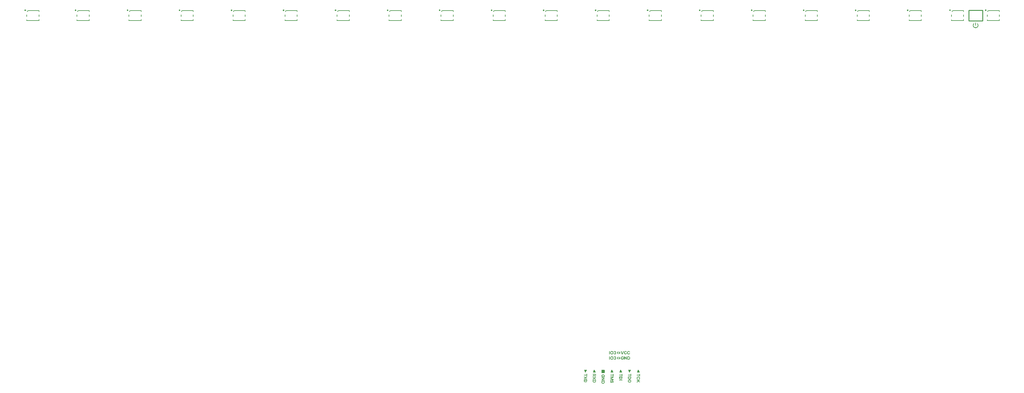
<source format=gto>
G04*
G04 #@! TF.GenerationSoftware,Altium Limited,Altium Designer,22.10.1 (41)*
G04*
G04 Layer_Color=6740479*
%FSLAX44Y44*%
%MOMM*%
G71*
G04*
G04 #@! TF.SameCoordinates,43F64E9B-3785-48AA-9826-90990096846F*
G04*
G04*
G04 #@! TF.FilePolarity,Positive*
G04*
G01*
G75*
%ADD10C,0.2540*%
%ADD11C,0.1524*%
G36*
X2837391Y1100094D02*
X2837603Y1100000D01*
X2837697Y1099953D01*
X2837791Y1099859D01*
X2837814D01*
X2837838Y1099812D01*
X2837932Y1099695D01*
X2838002Y1099507D01*
X2838049Y1099389D01*
Y1099249D01*
Y1092200D01*
Y1092177D01*
Y1092130D01*
X2838026Y1092059D01*
Y1091989D01*
X2837932Y1091777D01*
X2837885Y1091660D01*
X2837791Y1091566D01*
X2837744Y1091519D01*
X2837626Y1091448D01*
X2837438Y1091378D01*
X2837180Y1091331D01*
X2837109D01*
X2837039Y1091354D01*
X2836968D01*
X2836757Y1091425D01*
X2836546Y1091566D01*
Y1091589D01*
X2836499Y1091613D01*
X2836428Y1091754D01*
X2836358Y1091942D01*
X2836311Y1092200D01*
Y1099249D01*
Y1099272D01*
Y1099319D01*
X2836334Y1099460D01*
X2836405Y1099671D01*
X2836546Y1099859D01*
X2836569Y1099883D01*
X2836593Y1099906D01*
X2836734Y1100000D01*
X2836922Y1100071D01*
X2837039Y1100118D01*
X2837250D01*
X2837391Y1100094D01*
D02*
G37*
G36*
X2842560Y1097862D02*
X2842772Y1097768D01*
X2842866Y1097698D01*
X2842960Y1097604D01*
X2842983Y1097580D01*
X2843007Y1097557D01*
X2843124Y1097416D01*
X2843312Y1097181D01*
X2843547Y1096876D01*
X2843806Y1096500D01*
X2844064Y1096077D01*
X2844323Y1095630D01*
X2844534Y1095113D01*
Y1095090D01*
X2844557Y1095043D01*
X2844581Y1094972D01*
X2844628Y1094878D01*
X2844675Y1094737D01*
X2844722Y1094596D01*
X2844816Y1094221D01*
X2844910Y1093798D01*
X2845004Y1093304D01*
X2845074Y1092764D01*
X2845098Y1092200D01*
Y1092177D01*
Y1092130D01*
Y1092036D01*
Y1091918D01*
X2845074Y1091777D01*
Y1091613D01*
X2845027Y1091190D01*
X2844933Y1090720D01*
X2844839Y1090203D01*
X2844675Y1089662D01*
X2844464Y1089099D01*
Y1089075D01*
X2844440Y1089028D01*
X2844393Y1088958D01*
X2844346Y1088864D01*
X2844205Y1088582D01*
X2844017Y1088253D01*
X2843782Y1087853D01*
X2843500Y1087430D01*
X2843148Y1087008D01*
X2842772Y1086585D01*
X2842725Y1086538D01*
X2842584Y1086420D01*
X2842372Y1086209D01*
X2842067Y1085974D01*
X2841691Y1085715D01*
X2841268Y1085433D01*
X2840775Y1085152D01*
X2840258Y1084893D01*
X2840234D01*
X2840187Y1084870D01*
X2840117Y1084846D01*
X2839999Y1084799D01*
X2839882Y1084752D01*
X2839717Y1084705D01*
X2839341Y1084588D01*
X2838871Y1084470D01*
X2838355Y1084376D01*
X2837791Y1084306D01*
X2837180Y1084282D01*
X2836898D01*
X2836757Y1084306D01*
X2836593D01*
X2836170Y1084353D01*
X2835700Y1084423D01*
X2835183Y1084541D01*
X2834643Y1084682D01*
X2834079Y1084893D01*
X2834055D01*
X2834008Y1084917D01*
X2833938Y1084964D01*
X2833844Y1085011D01*
X2833562Y1085152D01*
X2833233Y1085340D01*
X2832833Y1085574D01*
X2832411Y1085880D01*
X2831988Y1086209D01*
X2831565Y1086585D01*
Y1086608D01*
X2831518Y1086632D01*
X2831400Y1086773D01*
X2831189Y1087008D01*
X2830954Y1087313D01*
X2830695Y1087665D01*
X2830414Y1088112D01*
X2830132Y1088582D01*
X2829873Y1089099D01*
Y1089122D01*
X2829850Y1089169D01*
X2829826Y1089240D01*
X2829779Y1089357D01*
X2829732Y1089498D01*
X2829685Y1089639D01*
X2829568Y1090039D01*
X2829450Y1090508D01*
X2829356Y1091025D01*
X2829286Y1091589D01*
X2829262Y1092200D01*
Y1092224D01*
Y1092271D01*
Y1092341D01*
Y1092458D01*
X2829286Y1092599D01*
Y1092764D01*
X2829333Y1093140D01*
X2829403Y1093586D01*
X2829497Y1094080D01*
X2829615Y1094596D01*
X2829803Y1095113D01*
Y1095137D01*
X2829826Y1095184D01*
X2829873Y1095254D01*
X2829897Y1095348D01*
X2830038Y1095607D01*
X2830226Y1095936D01*
X2830437Y1096335D01*
X2830719Y1096758D01*
X2831024Y1097181D01*
X2831400Y1097604D01*
Y1097627D01*
X2831447Y1097651D01*
X2831565Y1097745D01*
X2831753Y1097839D01*
X2831870Y1097886D01*
X2832082D01*
X2832152Y1097862D01*
X2832223D01*
X2832434Y1097768D01*
X2832552Y1097698D01*
X2832646Y1097604D01*
X2832693Y1097557D01*
X2832763Y1097439D01*
X2832833Y1097251D01*
X2832857Y1097134D01*
Y1096993D01*
Y1096970D01*
Y1096946D01*
X2832833Y1096781D01*
X2832739Y1096570D01*
X2832693Y1096476D01*
X2832599Y1096359D01*
X2832575Y1096312D01*
X2832481Y1096218D01*
X2832340Y1096030D01*
X2832152Y1095795D01*
X2831964Y1095513D01*
X2831776Y1095184D01*
X2831588Y1094808D01*
X2831424Y1094432D01*
X2831400Y1094385D01*
X2831353Y1094244D01*
X2831306Y1094033D01*
X2831236Y1093751D01*
X2831142Y1093422D01*
X2831095Y1093046D01*
X2831048Y1092623D01*
X2831024Y1092200D01*
Y1092177D01*
Y1092083D01*
X2831048Y1091942D01*
Y1091777D01*
X2831071Y1091542D01*
X2831118Y1091284D01*
X2831165Y1091002D01*
X2831259Y1090696D01*
X2831353Y1090344D01*
X2831471Y1089992D01*
X2831612Y1089639D01*
X2831776Y1089263D01*
X2831988Y1088887D01*
X2832223Y1088535D01*
X2832505Y1088182D01*
X2832810Y1087830D01*
X2832833Y1087806D01*
X2832904Y1087759D01*
X2832998Y1087665D01*
X2833139Y1087548D01*
X2833303Y1087407D01*
X2833515Y1087266D01*
X2833750Y1087102D01*
X2834032Y1086937D01*
X2834337Y1086773D01*
X2834666Y1086608D01*
X2835019Y1086467D01*
X2835418Y1086326D01*
X2835817Y1086209D01*
X2836240Y1086115D01*
X2836710Y1086068D01*
X2837180Y1086044D01*
X2837297D01*
X2837438Y1086068D01*
X2837603D01*
X2837838Y1086091D01*
X2838096Y1086138D01*
X2838378Y1086185D01*
X2838707Y1086279D01*
X2839036Y1086373D01*
X2839388Y1086491D01*
X2839741Y1086632D01*
X2840117Y1086796D01*
X2840493Y1087008D01*
X2840845Y1087243D01*
X2841198Y1087524D01*
X2841550Y1087830D01*
X2841573Y1087853D01*
X2841620Y1087924D01*
X2841714Y1088018D01*
X2841832Y1088159D01*
X2841973Y1088323D01*
X2842114Y1088535D01*
X2842278Y1088770D01*
X2842443Y1089052D01*
X2842607Y1089357D01*
X2842772Y1089686D01*
X2842913Y1090039D01*
X2843054Y1090438D01*
X2843171Y1090837D01*
X2843265Y1091260D01*
X2843312Y1091730D01*
X2843336Y1092200D01*
Y1092224D01*
Y1092247D01*
Y1092318D01*
Y1092411D01*
X2843312Y1092623D01*
X2843289Y1092928D01*
X2843242Y1093257D01*
X2843148Y1093657D01*
X2843054Y1094056D01*
X2842913Y1094455D01*
Y1094479D01*
X2842889Y1094502D01*
X2842842Y1094643D01*
X2842748Y1094855D01*
X2842607Y1095113D01*
X2842443Y1095419D01*
X2842255Y1095724D01*
X2842020Y1096077D01*
X2841738Y1096406D01*
Y1096429D01*
X2841691Y1096453D01*
X2841620Y1096570D01*
X2841526Y1096781D01*
X2841479Y1097017D01*
Y1097040D01*
Y1097087D01*
X2841503Y1097228D01*
X2841573Y1097416D01*
X2841714Y1097604D01*
X2841738Y1097627D01*
X2841761Y1097651D01*
X2841902Y1097745D01*
X2842090Y1097839D01*
X2842208Y1097886D01*
X2842419D01*
X2842560Y1097862D01*
D02*
G37*
G36*
X1715047Y97776D02*
X1715132Y97762D01*
X1715315Y97705D01*
X1715414Y97663D01*
X1715498Y97607D01*
X1715513Y97593D01*
X1715527Y97564D01*
X1715569Y97522D01*
X1715611Y97466D01*
X1715639Y97395D01*
X1715682Y97311D01*
X1715696Y97212D01*
X1715710Y97099D01*
Y97015D01*
X1715696Y96958D01*
X1715653Y96803D01*
X1715583Y96620D01*
X1712623Y90459D01*
Y90445D01*
X1712608Y90417D01*
X1712538Y90333D01*
X1712453Y90220D01*
X1712327Y90107D01*
X1712312D01*
X1712298Y90093D01*
X1712214Y90037D01*
X1712101Y89994D01*
X1711946Y89980D01*
X1711932D01*
X1711918D01*
X1711819Y89994D01*
X1711706Y90037D01*
X1711565Y90107D01*
X1711551D01*
X1711537Y90135D01*
X1711467Y90192D01*
X1711368Y90304D01*
X1711269Y90459D01*
X1708309Y96620D01*
Y96634D01*
X1708295Y96662D01*
X1708267Y96719D01*
X1708253Y96775D01*
X1708196Y96930D01*
X1708182Y97099D01*
Y97156D01*
X1708196Y97212D01*
X1708210Y97282D01*
X1708238Y97353D01*
X1708267Y97437D01*
X1708323Y97522D01*
X1708394Y97607D01*
X1708408Y97621D01*
X1708436Y97635D01*
X1708478Y97663D01*
X1708549Y97691D01*
X1708633Y97734D01*
X1708732Y97762D01*
X1708845Y97776D01*
X1708972Y97790D01*
X1714920D01*
X1714935D01*
X1714977D01*
X1715047Y97776D01*
D02*
G37*
G36*
X1715794Y86259D02*
X1715879Y86244D01*
X1715964Y86216D01*
X1716062Y86174D01*
X1716147Y86118D01*
X1716231Y86047D01*
X1716246Y86033D01*
X1716260Y86005D01*
X1716302Y85948D01*
X1716344Y85878D01*
X1716372Y85793D01*
X1716415Y85695D01*
X1716429Y85568D01*
X1716443Y85427D01*
Y79746D01*
X1716429Y79689D01*
X1716415Y79591D01*
X1716387Y79506D01*
X1716358Y79393D01*
X1716302Y79295D01*
X1716231Y79210D01*
X1716217Y79196D01*
X1716189Y79168D01*
X1716147Y79140D01*
X1716090Y79083D01*
X1716006Y79041D01*
X1715907Y79013D01*
X1715794Y78985D01*
X1715668Y78970D01*
X1715653D01*
X1715611D01*
X1715541Y78985D01*
X1715456Y78999D01*
X1715372Y79027D01*
X1715273Y79069D01*
X1715174Y79125D01*
X1715090Y79210D01*
X1715076Y79224D01*
X1715061Y79252D01*
X1715033Y79295D01*
X1714991Y79365D01*
X1714949Y79450D01*
X1714920Y79563D01*
X1714906Y79675D01*
X1714892Y79816D01*
Y81691D01*
X1708309D01*
X1708295D01*
X1708238D01*
X1708154Y81705D01*
X1708055Y81719D01*
X1707942Y81748D01*
X1707816Y81790D01*
X1707703Y81846D01*
X1707590Y81931D01*
X1707576Y81945D01*
X1707548Y81973D01*
X1707520Y82029D01*
X1707477Y82114D01*
X1707421Y82213D01*
X1707393Y82340D01*
X1707364Y82481D01*
X1707350Y82636D01*
Y82706D01*
X1707364Y82791D01*
X1707379Y82889D01*
X1707407Y83002D01*
X1707463Y83115D01*
X1707520Y83228D01*
X1707604Y83327D01*
X1707618Y83341D01*
X1707646Y83369D01*
X1707703Y83397D01*
X1707787Y83439D01*
X1707886Y83496D01*
X1708013Y83524D01*
X1708154Y83552D01*
X1708309Y83566D01*
X1714892D01*
Y85483D01*
X1714906Y85554D01*
X1714920Y85653D01*
X1714977Y85850D01*
X1715019Y85948D01*
X1715090Y86047D01*
X1715104Y86061D01*
X1715132Y86075D01*
X1715174Y86118D01*
X1715245Y86160D01*
X1715329Y86202D01*
X1715428Y86230D01*
X1715541Y86259D01*
X1715668Y86273D01*
X1715682D01*
X1715724D01*
X1715794Y86259D01*
D02*
G37*
G36*
X1708281Y78153D02*
X1708365Y78139D01*
X1708464Y78111D01*
X1708577Y78054D01*
X1708704Y77998D01*
X1708831Y77913D01*
X1711960Y75672D01*
X1712016D01*
X1714963Y77843D01*
X1714977Y77857D01*
X1715019Y77885D01*
X1715104Y77927D01*
X1715188Y77970D01*
X1715301Y78026D01*
X1715428Y78068D01*
X1715555Y78096D01*
X1715682Y78111D01*
X1715696D01*
X1715752D01*
X1715823Y78096D01*
X1715907Y78082D01*
X1716006Y78040D01*
X1716104Y77998D01*
X1716217Y77927D01*
X1716316Y77843D01*
X1716330Y77829D01*
X1716358Y77800D01*
X1716401Y77730D01*
X1716443Y77660D01*
X1716485Y77561D01*
X1716528Y77448D01*
X1716556Y77307D01*
X1716570Y77166D01*
Y77067D01*
X1716556Y77011D01*
X1716513Y76856D01*
X1716443Y76701D01*
Y76687D01*
X1716415Y76659D01*
X1716344Y76574D01*
X1716217Y76447D01*
X1716048Y76320D01*
X1713201Y74389D01*
Y74347D01*
X1716104Y72359D01*
X1716119Y72345D01*
X1716147Y72331D01*
X1716189Y72303D01*
X1716246Y72246D01*
X1716358Y72147D01*
X1716415Y72077D01*
X1716457Y72021D01*
Y72007D01*
X1716471Y71993D01*
X1716499Y71950D01*
X1716513Y71908D01*
X1716556Y71767D01*
X1716570Y71584D01*
Y71527D01*
X1716556Y71457D01*
X1716542Y71372D01*
X1716513Y71273D01*
X1716471Y71161D01*
X1716415Y71048D01*
X1716330Y70949D01*
X1716316Y70935D01*
X1716288Y70907D01*
X1716246Y70865D01*
X1716175Y70808D01*
X1716090Y70752D01*
X1715992Y70710D01*
X1715893Y70681D01*
X1715766Y70667D01*
X1715752D01*
X1715710D01*
X1715639Y70681D01*
X1715555Y70696D01*
X1715442Y70724D01*
X1715329Y70780D01*
X1715216Y70837D01*
X1715090Y70921D01*
X1711974Y73261D01*
X1711932D01*
X1708873Y70992D01*
X1708859Y70978D01*
X1708816Y70949D01*
X1708746Y70907D01*
X1708661Y70865D01*
X1708563Y70822D01*
X1708450Y70780D01*
X1708323Y70752D01*
X1708182Y70738D01*
X1708168D01*
X1708126D01*
X1708055Y70752D01*
X1707971Y70766D01*
X1707872Y70794D01*
X1707773Y70851D01*
X1707675Y70907D01*
X1707576Y70992D01*
X1707562Y71006D01*
X1707548Y71034D01*
X1707505Y71090D01*
X1707463Y71161D01*
X1707421Y71259D01*
X1707393Y71372D01*
X1707364Y71499D01*
X1707350Y71640D01*
Y71725D01*
X1707364Y71795D01*
X1707393Y71936D01*
X1707463Y72091D01*
Y72105D01*
X1707477Y72119D01*
X1707548Y72204D01*
X1707646Y72317D01*
X1707801Y72458D01*
X1710607Y74459D01*
Y74516D01*
X1707801Y76489D01*
X1707787Y76504D01*
X1707759Y76518D01*
X1707717Y76560D01*
X1707660Y76602D01*
X1707548Y76715D01*
X1707491Y76771D01*
X1707449Y76842D01*
Y76856D01*
X1707435Y76870D01*
X1707421Y76912D01*
X1707407Y76955D01*
X1707364Y77096D01*
X1707350Y77279D01*
Y77335D01*
X1707364Y77406D01*
X1707379Y77504D01*
X1707407Y77603D01*
X1707449Y77702D01*
X1707505Y77814D01*
X1707576Y77913D01*
X1707590Y77927D01*
X1707618Y77955D01*
X1707675Y77998D01*
X1707745Y78040D01*
X1707830Y78082D01*
X1707928Y78125D01*
X1708027Y78153D01*
X1708154Y78167D01*
X1708168D01*
X1708210D01*
X1708281Y78153D01*
D02*
G37*
G36*
X1715625Y69286D02*
X1715724Y69272D01*
X1715837Y69243D01*
X1715964Y69201D01*
X1716076Y69145D01*
X1716175Y69060D01*
X1716189Y69046D01*
X1716217Y69018D01*
X1716260Y68962D01*
X1716316Y68877D01*
X1716358Y68778D01*
X1716401Y68666D01*
X1716429Y68525D01*
X1716443Y68369D01*
Y65790D01*
X1716429Y65677D01*
Y65536D01*
X1716401Y65367D01*
X1716387Y65170D01*
X1716344Y64958D01*
X1716302Y64718D01*
X1716231Y64465D01*
X1716161Y64211D01*
X1716062Y63943D01*
X1715950Y63689D01*
X1715823Y63422D01*
X1715653Y63182D01*
X1715484Y62942D01*
X1715273Y62717D01*
X1715259Y62702D01*
X1715216Y62674D01*
X1715146Y62618D01*
X1715061Y62533D01*
X1714935Y62449D01*
X1714794Y62364D01*
X1714624Y62251D01*
X1714427Y62153D01*
X1714216Y62054D01*
X1713962Y61941D01*
X1713694Y61857D01*
X1713398Y61758D01*
X1713088Y61688D01*
X1712735Y61631D01*
X1712383Y61603D01*
X1711988Y61589D01*
X1711960D01*
X1711889D01*
X1711777D01*
X1711636Y61603D01*
X1711452Y61617D01*
X1711241Y61645D01*
X1711015Y61688D01*
X1710762Y61730D01*
X1710508Y61786D01*
X1710226Y61857D01*
X1709958Y61955D01*
X1709676Y62068D01*
X1709394Y62195D01*
X1709141Y62350D01*
X1708887Y62519D01*
X1708647Y62717D01*
X1708633Y62731D01*
X1708591Y62773D01*
X1708535Y62829D01*
X1708464Y62928D01*
X1708379Y63041D01*
X1708267Y63182D01*
X1708168Y63351D01*
X1708055Y63534D01*
X1707942Y63746D01*
X1707844Y63985D01*
X1707745Y64239D01*
X1707646Y64521D01*
X1707576Y64831D01*
X1707520Y65155D01*
X1707477Y65508D01*
X1707463Y65874D01*
Y68440D01*
X1707477Y68525D01*
X1707491Y68623D01*
X1707520Y68736D01*
X1707576Y68849D01*
X1707632Y68962D01*
X1707717Y69060D01*
X1707731Y69074D01*
X1707759Y69103D01*
X1707816Y69131D01*
X1707900Y69173D01*
X1707999Y69229D01*
X1708126Y69258D01*
X1708267Y69286D01*
X1708436Y69300D01*
X1715470D01*
X1715484D01*
X1715541D01*
X1715625Y69286D01*
D02*
G37*
G36*
X1737480Y97776D02*
X1737607Y97734D01*
X1737734Y97663D01*
X1737748D01*
X1737762Y97635D01*
X1737846Y97564D01*
X1737931Y97466D01*
X1738030Y97311D01*
X1740990Y91136D01*
Y91122D01*
X1741004Y91094D01*
X1741032Y91052D01*
X1741060Y90981D01*
X1741103Y90840D01*
X1741117Y90671D01*
Y90615D01*
X1741103Y90558D01*
X1741089Y90488D01*
X1741060Y90417D01*
X1741032Y90333D01*
X1740976Y90248D01*
X1740905Y90178D01*
X1740891Y90163D01*
X1740863Y90149D01*
X1740821Y90121D01*
X1740750Y90079D01*
X1740666Y90037D01*
X1740567Y90008D01*
X1740454Y89994D01*
X1740327Y89980D01*
X1734379D01*
X1734364D01*
X1734322D01*
X1734252Y89994D01*
X1734167Y90008D01*
X1733984Y90065D01*
X1733885Y90107D01*
X1733801Y90178D01*
X1733786Y90192D01*
X1733772Y90206D01*
X1733730Y90248D01*
X1733702Y90304D01*
X1733660Y90375D01*
X1733617Y90460D01*
X1733603Y90558D01*
X1733589Y90671D01*
Y90713D01*
X1733603Y90756D01*
Y90812D01*
X1733645Y90967D01*
X1733716Y91136D01*
X1736676Y97311D01*
Y97325D01*
X1736690Y97353D01*
X1736761Y97438D01*
X1736846Y97550D01*
X1736972Y97663D01*
X1736986D01*
X1737000Y97677D01*
X1737085Y97719D01*
X1737212Y97776D01*
X1737353Y97790D01*
X1737367D01*
X1737395D01*
X1737480Y97776D01*
D02*
G37*
G36*
X1741032Y85441D02*
X1741131Y85427D01*
X1741244Y85399D01*
X1741371Y85356D01*
X1741483Y85300D01*
X1741582Y85216D01*
X1741596Y85201D01*
X1741624Y85173D01*
X1741667Y85117D01*
X1741723Y85032D01*
X1741765Y84934D01*
X1741808Y84821D01*
X1741836Y84680D01*
X1741850Y84525D01*
Y81635D01*
X1741836Y81522D01*
X1741822Y81395D01*
X1741808Y81240D01*
X1741794Y81085D01*
X1741751Y80902D01*
X1741667Y80521D01*
X1741526Y80126D01*
X1741441Y79929D01*
X1741342Y79732D01*
X1741230Y79563D01*
X1741089Y79393D01*
X1741075Y79379D01*
X1741060Y79351D01*
X1741004Y79309D01*
X1740948Y79252D01*
X1740877Y79196D01*
X1740779Y79126D01*
X1740666Y79041D01*
X1740539Y78956D01*
X1740398Y78886D01*
X1740243Y78801D01*
X1740074Y78731D01*
X1739876Y78660D01*
X1739679Y78618D01*
X1739467Y78576D01*
X1739228Y78548D01*
X1738988Y78534D01*
X1738974D01*
X1738946D01*
X1738904D01*
X1738847D01*
X1738678Y78548D01*
X1738481Y78590D01*
X1738241Y78632D01*
X1737973Y78703D01*
X1737705Y78801D01*
X1737452Y78942D01*
X1737437D01*
X1737423Y78956D01*
X1737339Y79013D01*
X1737226Y79111D01*
X1737085Y79224D01*
X1736930Y79393D01*
X1736761Y79591D01*
X1736606Y79816D01*
X1736479Y80070D01*
X1734238Y78773D01*
X1734223Y78759D01*
X1734181Y78745D01*
X1734111Y78717D01*
X1734026Y78675D01*
X1733927Y78632D01*
X1733829Y78604D01*
X1733702Y78590D01*
X1733589Y78576D01*
X1733575D01*
X1733533D01*
X1733462Y78590D01*
X1733378Y78604D01*
X1733279Y78646D01*
X1733180Y78689D01*
X1733082Y78759D01*
X1732983Y78844D01*
X1732969Y78858D01*
X1732941Y78886D01*
X1732912Y78956D01*
X1732870Y79027D01*
X1732814Y79126D01*
X1732785Y79238D01*
X1732757Y79379D01*
X1732743Y79520D01*
Y79577D01*
X1732757Y79633D01*
Y79718D01*
X1732800Y79887D01*
X1732884Y80056D01*
X1732898Y80070D01*
X1732912Y80084D01*
X1732955Y80126D01*
X1733011Y80183D01*
X1733082Y80239D01*
X1733180Y80324D01*
X1733307Y80394D01*
X1733448Y80479D01*
X1736155Y81973D01*
Y83580D01*
X1733716D01*
X1733702D01*
X1733645D01*
X1733561Y83594D01*
X1733448Y83608D01*
X1733335Y83637D01*
X1733223Y83693D01*
X1733096Y83749D01*
X1732997Y83834D01*
X1732983Y83848D01*
X1732955Y83876D01*
X1732912Y83933D01*
X1732870Y84003D01*
X1732828Y84102D01*
X1732785Y84229D01*
X1732757Y84370D01*
X1732743Y84525D01*
Y84595D01*
X1732757Y84680D01*
X1732771Y84778D01*
X1732800Y84891D01*
X1732856Y85004D01*
X1732912Y85117D01*
X1732997Y85216D01*
X1733011Y85230D01*
X1733039Y85258D01*
X1733096Y85286D01*
X1733180Y85328D01*
X1733279Y85385D01*
X1733406Y85413D01*
X1733547Y85441D01*
X1733716Y85455D01*
X1740877D01*
X1740891D01*
X1740948D01*
X1741032Y85441D01*
D02*
G37*
G36*
X1733688Y77406D02*
X1733772Y77392D01*
X1733871Y77363D01*
X1733984Y77307D01*
X1734111Y77251D01*
X1734238Y77166D01*
X1737367Y74925D01*
X1737423D01*
X1740370Y77096D01*
X1740384Y77110D01*
X1740426Y77138D01*
X1740511Y77180D01*
X1740595Y77222D01*
X1740708Y77279D01*
X1740835Y77321D01*
X1740962Y77349D01*
X1741089Y77363D01*
X1741103D01*
X1741159D01*
X1741230Y77349D01*
X1741314Y77335D01*
X1741413Y77293D01*
X1741512Y77251D01*
X1741624Y77180D01*
X1741723Y77096D01*
X1741737Y77081D01*
X1741765Y77053D01*
X1741808Y76983D01*
X1741850Y76912D01*
X1741892Y76814D01*
X1741935Y76701D01*
X1741963Y76560D01*
X1741977Y76419D01*
Y76320D01*
X1741963Y76264D01*
X1741920Y76109D01*
X1741850Y75954D01*
Y75940D01*
X1741822Y75911D01*
X1741751Y75827D01*
X1741624Y75700D01*
X1741455Y75573D01*
X1738608Y73642D01*
Y73600D01*
X1741512Y71612D01*
X1741526Y71598D01*
X1741554Y71584D01*
X1741596Y71556D01*
X1741653Y71499D01*
X1741765Y71400D01*
X1741822Y71330D01*
X1741864Y71273D01*
Y71259D01*
X1741878Y71245D01*
X1741906Y71203D01*
X1741920Y71161D01*
X1741963Y71020D01*
X1741977Y70837D01*
Y70780D01*
X1741963Y70710D01*
X1741949Y70625D01*
X1741920Y70526D01*
X1741878Y70414D01*
X1741822Y70301D01*
X1741737Y70202D01*
X1741723Y70188D01*
X1741695Y70160D01*
X1741653Y70118D01*
X1741582Y70061D01*
X1741497Y70005D01*
X1741399Y69963D01*
X1741300Y69934D01*
X1741173Y69920D01*
X1741159D01*
X1741117D01*
X1741046Y69934D01*
X1740962Y69948D01*
X1740849Y69977D01*
X1740736Y70033D01*
X1740623Y70089D01*
X1740497Y70174D01*
X1737381Y72514D01*
X1737339D01*
X1734280Y70244D01*
X1734266Y70230D01*
X1734223Y70202D01*
X1734153Y70160D01*
X1734068Y70118D01*
X1733970Y70075D01*
X1733857Y70033D01*
X1733730Y70005D01*
X1733589Y69991D01*
X1733575D01*
X1733533D01*
X1733462Y70005D01*
X1733378Y70019D01*
X1733279Y70047D01*
X1733180Y70104D01*
X1733082Y70160D01*
X1732983Y70244D01*
X1732969Y70259D01*
X1732955Y70287D01*
X1732912Y70343D01*
X1732870Y70414D01*
X1732828Y70512D01*
X1732800Y70625D01*
X1732771Y70752D01*
X1732757Y70893D01*
Y70978D01*
X1732771Y71048D01*
X1732800Y71189D01*
X1732870Y71344D01*
Y71358D01*
X1732884Y71372D01*
X1732955Y71457D01*
X1733053Y71570D01*
X1733208Y71711D01*
X1736014Y73712D01*
Y73769D01*
X1733208Y75742D01*
X1733194Y75756D01*
X1733166Y75771D01*
X1733124Y75813D01*
X1733067Y75855D01*
X1732955Y75968D01*
X1732898Y76024D01*
X1732856Y76095D01*
Y76109D01*
X1732842Y76123D01*
X1732828Y76165D01*
X1732814Y76207D01*
X1732771Y76349D01*
X1732757Y76532D01*
Y76588D01*
X1732771Y76659D01*
X1732785Y76757D01*
X1732814Y76856D01*
X1732856Y76955D01*
X1732912Y77067D01*
X1732983Y77166D01*
X1732997Y77180D01*
X1733025Y77208D01*
X1733082Y77251D01*
X1733152Y77293D01*
X1733237Y77335D01*
X1733335Y77378D01*
X1733434Y77406D01*
X1733561Y77420D01*
X1733575D01*
X1733617D01*
X1733688Y77406D01*
D02*
G37*
G36*
X1741032Y68539D02*
X1741131Y68525D01*
X1741244Y68496D01*
X1741371Y68454D01*
X1741483Y68398D01*
X1741582Y68313D01*
X1741596Y68299D01*
X1741624Y68271D01*
X1741667Y68215D01*
X1741723Y68130D01*
X1741765Y68031D01*
X1741808Y67919D01*
X1741836Y67778D01*
X1741850Y67622D01*
Y65043D01*
X1741836Y64930D01*
Y64789D01*
X1741808Y64620D01*
X1741794Y64422D01*
X1741751Y64211D01*
X1741709Y63971D01*
X1741638Y63718D01*
X1741568Y63464D01*
X1741469Y63196D01*
X1741357Y62942D01*
X1741230Y62674D01*
X1741060Y62435D01*
X1740891Y62195D01*
X1740680Y61969D01*
X1740666Y61955D01*
X1740623Y61927D01*
X1740553Y61871D01*
X1740468Y61786D01*
X1740341Y61702D01*
X1740201Y61617D01*
X1740031Y61504D01*
X1739834Y61406D01*
X1739623Y61307D01*
X1739369Y61194D01*
X1739101Y61110D01*
X1738805Y61011D01*
X1738495Y60940D01*
X1738142Y60884D01*
X1737790Y60856D01*
X1737395Y60842D01*
X1737367D01*
X1737297D01*
X1737184D01*
X1737043Y60856D01*
X1736860Y60870D01*
X1736648Y60898D01*
X1736423Y60940D01*
X1736169Y60983D01*
X1735915Y61039D01*
X1735633Y61110D01*
X1735365Y61208D01*
X1735083Y61321D01*
X1734801Y61448D01*
X1734548Y61603D01*
X1734294Y61772D01*
X1734054Y61969D01*
X1734040Y61984D01*
X1733998Y62026D01*
X1733941Y62082D01*
X1733871Y62181D01*
X1733786Y62294D01*
X1733674Y62435D01*
X1733575Y62604D01*
X1733462Y62787D01*
X1733349Y62999D01*
X1733251Y63238D01*
X1733152Y63492D01*
X1733053Y63774D01*
X1732983Y64084D01*
X1732926Y64408D01*
X1732884Y64761D01*
X1732870Y65127D01*
Y67693D01*
X1732884Y67778D01*
X1732898Y67876D01*
X1732926Y67989D01*
X1732983Y68102D01*
X1733039Y68215D01*
X1733124Y68313D01*
X1733138Y68327D01*
X1733166Y68355D01*
X1733223Y68384D01*
X1733307Y68426D01*
X1733406Y68482D01*
X1733533Y68510D01*
X1733674Y68539D01*
X1733843Y68553D01*
X1740877D01*
X1740891D01*
X1740948D01*
X1741032Y68539D01*
D02*
G37*
G36*
X1836547Y151558D02*
X1836660D01*
X1836787Y151544D01*
X1836928Y151530D01*
X1837083Y151502D01*
X1837421Y151445D01*
X1837788Y151347D01*
X1838168Y151220D01*
X1838535Y151037D01*
X1838549D01*
X1838577Y151008D01*
X1838620Y150980D01*
X1838690Y150938D01*
X1838859Y150811D01*
X1839071Y150642D01*
X1839296Y150430D01*
X1839522Y150177D01*
X1839747Y149867D01*
X1839945Y149528D01*
X1839959Y149514D01*
X1839973Y149472D01*
X1840001Y149401D01*
X1840043Y149303D01*
X1840072Y149204D01*
X1840100Y149077D01*
X1840114Y148950D01*
X1840128Y148823D01*
Y148809D01*
Y148767D01*
X1840114Y148696D01*
X1840100Y148612D01*
X1840072Y148513D01*
X1840029Y148414D01*
X1839973Y148316D01*
X1839902Y148231D01*
X1839888Y148217D01*
X1839860Y148203D01*
X1839818Y148161D01*
X1839747Y148132D01*
X1839663Y148090D01*
X1839550Y148048D01*
X1839437Y148034D01*
X1839296Y148020D01*
X1839240D01*
X1839184Y148034D01*
X1839113D01*
X1838944Y148076D01*
X1838761Y148161D01*
X1838746Y148175D01*
X1838732Y148189D01*
X1838690Y148231D01*
X1838634Y148273D01*
X1838577Y148344D01*
X1838521Y148429D01*
X1838450Y148527D01*
X1838394Y148640D01*
Y148654D01*
X1838380Y148668D01*
X1838338Y148753D01*
X1838267Y148880D01*
X1838183Y149021D01*
X1838056Y149190D01*
X1837915Y149359D01*
X1837746Y149528D01*
X1837562Y149669D01*
X1837534Y149683D01*
X1837464Y149726D01*
X1837365Y149782D01*
X1837210Y149852D01*
X1837041Y149909D01*
X1836829Y149965D01*
X1836604Y150007D01*
X1836350Y150021D01*
X1836251D01*
X1836181Y150007D01*
X1836082Y149993D01*
X1835983Y149979D01*
X1835744Y149923D01*
X1835476Y149810D01*
X1835335Y149754D01*
X1835194Y149669D01*
X1835053Y149570D01*
X1834912Y149458D01*
X1834785Y149331D01*
X1834658Y149176D01*
Y149162D01*
X1834630Y149133D01*
X1834602Y149091D01*
X1834560Y149021D01*
X1834517Y148936D01*
X1834461Y148837D01*
X1834405Y148725D01*
X1834348Y148584D01*
X1834278Y148429D01*
X1834221Y148259D01*
X1834165Y148076D01*
X1834123Y147879D01*
X1834080Y147667D01*
X1834052Y147442D01*
X1834038Y147188D01*
X1834024Y146934D01*
Y146920D01*
Y146878D01*
Y146793D01*
X1834038Y146695D01*
Y146582D01*
X1834052Y146441D01*
X1834080Y146286D01*
X1834109Y146117D01*
X1834179Y145750D01*
X1834292Y145370D01*
X1834447Y145003D01*
X1834532Y144834D01*
X1834644Y144665D01*
X1834658Y144651D01*
X1834673Y144622D01*
X1834715Y144594D01*
X1834757Y144538D01*
X1834898Y144397D01*
X1835095Y144256D01*
X1835349Y144101D01*
X1835631Y143960D01*
X1835800Y143903D01*
X1835983Y143875D01*
X1836167Y143847D01*
X1836364Y143833D01*
X1836435D01*
X1836505Y143847D01*
X1836604Y143861D01*
X1836716Y143875D01*
X1836857Y143903D01*
X1837013Y143946D01*
X1837168Y144002D01*
X1837337Y144073D01*
X1837506Y144157D01*
X1837689Y144270D01*
X1837858Y144397D01*
X1838013Y144538D01*
X1838168Y144721D01*
X1838295Y144918D01*
X1838422Y145158D01*
Y145172D01*
X1838450Y145215D01*
X1838479Y145271D01*
X1838521Y145341D01*
X1838620Y145482D01*
X1838690Y145553D01*
X1838761Y145609D01*
X1838775D01*
X1838803Y145637D01*
X1838845Y145652D01*
X1838902Y145680D01*
X1839057Y145722D01*
X1839254Y145750D01*
X1839324D01*
X1839395Y145736D01*
X1839480Y145722D01*
X1839578Y145694D01*
X1839691Y145652D01*
X1839790Y145595D01*
X1839888Y145525D01*
X1839902Y145511D01*
X1839931Y145482D01*
X1839959Y145440D01*
X1840015Y145370D01*
X1840058Y145285D01*
X1840086Y145172D01*
X1840114Y145059D01*
X1840128Y144918D01*
Y144904D01*
Y144862D01*
Y144806D01*
X1840114Y144735D01*
X1840100Y144636D01*
X1840072Y144538D01*
X1839987Y144298D01*
Y144284D01*
X1839973Y144256D01*
X1839945Y144214D01*
X1839902Y144143D01*
X1839860Y144059D01*
X1839804Y143974D01*
X1839663Y143763D01*
X1839465Y143523D01*
X1839226Y143269D01*
X1838944Y143029D01*
X1838605Y142818D01*
X1838591D01*
X1838563Y142790D01*
X1838507Y142776D01*
X1838436Y142733D01*
X1838352Y142691D01*
X1838239Y142649D01*
X1838112Y142606D01*
X1837971Y142564D01*
X1837816Y142508D01*
X1837647Y142466D01*
X1837280Y142381D01*
X1836857Y142325D01*
X1836392Y142296D01*
X1836308D01*
X1836195Y142310D01*
X1836068D01*
X1835899Y142339D01*
X1835702Y142367D01*
X1835476Y142395D01*
X1835251Y142451D01*
X1834997Y142522D01*
X1834743Y142592D01*
X1834489Y142691D01*
X1834221Y142818D01*
X1833968Y142959D01*
X1833714Y143114D01*
X1833474Y143311D01*
X1833249Y143523D01*
X1833235Y143537D01*
X1833206Y143579D01*
X1833150Y143650D01*
X1833065Y143748D01*
X1832981Y143875D01*
X1832882Y144030D01*
X1832784Y144199D01*
X1832685Y144411D01*
X1832572Y144636D01*
X1832473Y144890D01*
X1832375Y145172D01*
X1832290Y145482D01*
X1832220Y145807D01*
X1832163Y146159D01*
X1832121Y146540D01*
X1832107Y146934D01*
Y146962D01*
Y147033D01*
X1832121Y147146D01*
Y147287D01*
X1832149Y147470D01*
X1832163Y147681D01*
X1832206Y147921D01*
X1832248Y148175D01*
X1832304Y148429D01*
X1832389Y148710D01*
X1832473Y148993D01*
X1832586Y149274D01*
X1832713Y149556D01*
X1832868Y149824D01*
X1833051Y150092D01*
X1833249Y150332D01*
X1833263Y150346D01*
X1833305Y150388D01*
X1833362Y150444D01*
X1833460Y150529D01*
X1833573Y150614D01*
X1833714Y150726D01*
X1833883Y150839D01*
X1834066Y150952D01*
X1834278Y151065D01*
X1834503Y151178D01*
X1834757Y151290D01*
X1835039Y151375D01*
X1835335Y151459D01*
X1835645Y151516D01*
X1835983Y151558D01*
X1836336Y151572D01*
X1836463D01*
X1836547Y151558D01*
D02*
G37*
G36*
X1827455D02*
X1827568D01*
X1827695Y151544D01*
X1827835Y151530D01*
X1827991Y151502D01*
X1828329Y151445D01*
X1828695Y151347D01*
X1829076Y151220D01*
X1829442Y151037D01*
X1829457D01*
X1829485Y151008D01*
X1829527Y150980D01*
X1829598Y150938D01*
X1829767Y150811D01*
X1829978Y150642D01*
X1830204Y150430D01*
X1830429Y150177D01*
X1830655Y149867D01*
X1830852Y149528D01*
X1830866Y149514D01*
X1830880Y149472D01*
X1830909Y149401D01*
X1830951Y149303D01*
X1830979Y149204D01*
X1831007Y149077D01*
X1831021Y148950D01*
X1831035Y148823D01*
Y148809D01*
Y148767D01*
X1831021Y148696D01*
X1831007Y148612D01*
X1830979Y148513D01*
X1830937Y148414D01*
X1830880Y148316D01*
X1830810Y148231D01*
X1830796Y148217D01*
X1830768Y148203D01*
X1830725Y148161D01*
X1830655Y148132D01*
X1830570Y148090D01*
X1830457Y148048D01*
X1830345Y148034D01*
X1830204Y148020D01*
X1830147D01*
X1830091Y148034D01*
X1830020D01*
X1829851Y148076D01*
X1829668Y148161D01*
X1829654Y148175D01*
X1829640Y148189D01*
X1829598Y148231D01*
X1829541Y148273D01*
X1829485Y148344D01*
X1829428Y148429D01*
X1829358Y148527D01*
X1829301Y148640D01*
Y148654D01*
X1829287Y148668D01*
X1829245Y148753D01*
X1829175Y148880D01*
X1829090Y149021D01*
X1828963Y149190D01*
X1828822Y149359D01*
X1828653Y149528D01*
X1828470Y149669D01*
X1828442Y149683D01*
X1828371Y149726D01*
X1828272Y149782D01*
X1828117Y149852D01*
X1827948Y149909D01*
X1827737Y149965D01*
X1827511Y150007D01*
X1827258Y150021D01*
X1827159D01*
X1827088Y150007D01*
X1826990Y149993D01*
X1826891Y149979D01*
X1826651Y149923D01*
X1826383Y149810D01*
X1826243Y149754D01*
X1826102Y149669D01*
X1825961Y149570D01*
X1825820Y149458D01*
X1825693Y149331D01*
X1825566Y149176D01*
Y149162D01*
X1825538Y149133D01*
X1825509Y149091D01*
X1825467Y149021D01*
X1825425Y148936D01*
X1825368Y148837D01*
X1825312Y148725D01*
X1825256Y148584D01*
X1825185Y148429D01*
X1825129Y148259D01*
X1825072Y148076D01*
X1825030Y147879D01*
X1824988Y147667D01*
X1824960Y147442D01*
X1824946Y147188D01*
X1824931Y146934D01*
Y146920D01*
Y146878D01*
Y146793D01*
X1824946Y146695D01*
Y146582D01*
X1824960Y146441D01*
X1824988Y146286D01*
X1825016Y146117D01*
X1825087Y145750D01*
X1825199Y145370D01*
X1825354Y145003D01*
X1825439Y144834D01*
X1825552Y144665D01*
X1825566Y144651D01*
X1825580Y144622D01*
X1825622Y144594D01*
X1825665Y144538D01*
X1825806Y144397D01*
X1826003Y144256D01*
X1826257Y144101D01*
X1826539Y143960D01*
X1826708Y143903D01*
X1826891Y143875D01*
X1827074Y143847D01*
X1827272Y143833D01*
X1827342D01*
X1827413Y143847D01*
X1827511Y143861D01*
X1827624Y143875D01*
X1827765Y143903D01*
X1827920Y143946D01*
X1828075Y144002D01*
X1828244Y144073D01*
X1828413Y144157D01*
X1828597Y144270D01*
X1828766Y144397D01*
X1828921Y144538D01*
X1829076Y144721D01*
X1829203Y144918D01*
X1829330Y145158D01*
Y145172D01*
X1829358Y145215D01*
X1829386Y145271D01*
X1829428Y145341D01*
X1829527Y145482D01*
X1829598Y145553D01*
X1829668Y145609D01*
X1829682D01*
X1829710Y145637D01*
X1829753Y145652D01*
X1829809Y145680D01*
X1829964Y145722D01*
X1830161Y145750D01*
X1830232D01*
X1830302Y145736D01*
X1830387Y145722D01*
X1830486Y145694D01*
X1830598Y145652D01*
X1830697Y145595D01*
X1830796Y145525D01*
X1830810Y145511D01*
X1830838Y145482D01*
X1830866Y145440D01*
X1830923Y145370D01*
X1830965Y145285D01*
X1830993Y145172D01*
X1831021Y145059D01*
X1831035Y144918D01*
Y144904D01*
Y144862D01*
Y144806D01*
X1831021Y144735D01*
X1831007Y144636D01*
X1830979Y144538D01*
X1830894Y144298D01*
Y144284D01*
X1830880Y144256D01*
X1830852Y144214D01*
X1830810Y144143D01*
X1830768Y144059D01*
X1830711Y143974D01*
X1830570Y143763D01*
X1830373Y143523D01*
X1830133Y143269D01*
X1829851Y143029D01*
X1829513Y142818D01*
X1829499D01*
X1829471Y142790D01*
X1829414Y142776D01*
X1829344Y142733D01*
X1829259Y142691D01*
X1829147Y142649D01*
X1829020Y142606D01*
X1828879Y142564D01*
X1828723Y142508D01*
X1828554Y142466D01*
X1828188Y142381D01*
X1827765Y142325D01*
X1827300Y142296D01*
X1827215D01*
X1827102Y142310D01*
X1826976D01*
X1826806Y142339D01*
X1826609Y142367D01*
X1826383Y142395D01*
X1826158Y142451D01*
X1825904Y142522D01*
X1825650Y142592D01*
X1825397Y142691D01*
X1825129Y142818D01*
X1824875Y142959D01*
X1824621Y143114D01*
X1824382Y143311D01*
X1824156Y143523D01*
X1824142Y143537D01*
X1824114Y143579D01*
X1824057Y143650D01*
X1823973Y143748D01*
X1823888Y143875D01*
X1823790Y144030D01*
X1823691Y144199D01*
X1823592Y144411D01*
X1823479Y144636D01*
X1823381Y144890D01*
X1823282Y145172D01*
X1823197Y145482D01*
X1823127Y145807D01*
X1823071Y146159D01*
X1823028Y146540D01*
X1823014Y146934D01*
Y146962D01*
Y147033D01*
X1823028Y147146D01*
Y147287D01*
X1823057Y147470D01*
X1823071Y147681D01*
X1823113Y147921D01*
X1823155Y148175D01*
X1823212Y148429D01*
X1823296Y148710D01*
X1823381Y148993D01*
X1823494Y149274D01*
X1823620Y149556D01*
X1823775Y149824D01*
X1823959Y150092D01*
X1824156Y150332D01*
X1824170Y150346D01*
X1824212Y150388D01*
X1824269Y150444D01*
X1824368Y150529D01*
X1824480Y150614D01*
X1824621Y150726D01*
X1824790Y150839D01*
X1824974Y150952D01*
X1825185Y151065D01*
X1825411Y151178D01*
X1825665Y151290D01*
X1825946Y151375D01*
X1826243Y151459D01*
X1826553Y151516D01*
X1826891Y151558D01*
X1827243Y151572D01*
X1827370D01*
X1827455Y151558D01*
D02*
G37*
G36*
X1809199Y150599D02*
X1809270Y150585D01*
X1809354Y150557D01*
X1809453Y150515D01*
X1809538Y150459D01*
X1809636Y150374D01*
X1812427Y147625D01*
X1812442Y147611D01*
X1812470Y147583D01*
X1812498Y147541D01*
X1812540Y147470D01*
X1812583Y147385D01*
X1812625Y147287D01*
X1812639Y147174D01*
X1812653Y147047D01*
Y147033D01*
Y146991D01*
X1812639Y146934D01*
X1812625Y146850D01*
X1812597Y146765D01*
X1812554Y146666D01*
X1812498Y146568D01*
X1812427Y146483D01*
X1809636Y143720D01*
X1809622Y143706D01*
X1809594Y143678D01*
X1809552Y143650D01*
X1809481Y143607D01*
X1809397Y143551D01*
X1809312Y143523D01*
X1809199Y143495D01*
X1809086Y143481D01*
X1809030D01*
X1808974Y143495D01*
X1808889Y143509D01*
X1808706Y143565D01*
X1808621Y143607D01*
X1808537Y143678D01*
X1808522Y143692D01*
X1808508Y143720D01*
X1808480Y143763D01*
X1808438Y143819D01*
X1808396Y143903D01*
X1808367Y143988D01*
X1808353Y144101D01*
X1808339Y144214D01*
Y144228D01*
Y144270D01*
X1808353Y144326D01*
X1808367Y144397D01*
X1808396Y144481D01*
X1808438Y144580D01*
X1808494Y144665D01*
X1808579Y144763D01*
X1809664Y145821D01*
X1810285Y146328D01*
X1809270Y146286D01*
X1805421D01*
X1804420Y146328D01*
X1805027Y145821D01*
X1806112Y144763D01*
X1806126Y144749D01*
X1806154Y144721D01*
X1806196Y144665D01*
X1806239Y144608D01*
X1806281Y144524D01*
X1806323Y144425D01*
X1806352Y144326D01*
X1806366Y144214D01*
Y144199D01*
Y144157D01*
X1806352Y144101D01*
X1806337Y144030D01*
X1806309Y143946D01*
X1806281Y143847D01*
X1806225Y143763D01*
X1806154Y143678D01*
X1806140Y143664D01*
X1806112Y143650D01*
X1806070Y143622D01*
X1806013Y143579D01*
X1805929Y143537D01*
X1805844Y143509D01*
X1805731Y143495D01*
X1805619Y143481D01*
X1805562D01*
X1805506Y143495D01*
X1805435Y143509D01*
X1805351Y143537D01*
X1805252Y143579D01*
X1805168Y143636D01*
X1805069Y143720D01*
X1802278Y146483D01*
X1802263Y146497D01*
X1802249Y146525D01*
X1802207Y146568D01*
X1802165Y146638D01*
X1802122Y146723D01*
X1802094Y146821D01*
X1802066Y146920D01*
X1802052Y147047D01*
Y147061D01*
Y147104D01*
X1802066Y147174D01*
X1802080Y147259D01*
X1802108Y147343D01*
X1802151Y147442D01*
X1802207Y147541D01*
X1802278Y147625D01*
X1805069Y150374D01*
X1805083Y150388D01*
X1805111Y150416D01*
X1805168Y150444D01*
X1805224Y150501D01*
X1805308Y150543D01*
X1805407Y150571D01*
X1805506Y150599D01*
X1805619Y150614D01*
X1805675D01*
X1805731Y150599D01*
X1805802Y150585D01*
X1805886Y150557D01*
X1805985Y150529D01*
X1806070Y150473D01*
X1806154Y150402D01*
X1806168Y150388D01*
X1806182Y150360D01*
X1806225Y150318D01*
X1806267Y150261D01*
X1806295Y150191D01*
X1806337Y150106D01*
X1806352Y149993D01*
X1806366Y149881D01*
Y149867D01*
Y149824D01*
X1806352Y149768D01*
X1806337Y149697D01*
X1806309Y149613D01*
X1806253Y149528D01*
X1806196Y149430D01*
X1806112Y149331D01*
X1805027Y148273D01*
X1804420Y147780D01*
X1805421Y147822D01*
X1809270D01*
X1810285Y147780D01*
X1809664Y148273D01*
X1808579Y149331D01*
X1808565Y149345D01*
X1808537Y149373D01*
X1808508Y149430D01*
X1808466Y149500D01*
X1808382Y149669D01*
X1808353Y149768D01*
X1808339Y149881D01*
Y149895D01*
Y149937D01*
X1808353Y149993D01*
X1808367Y150064D01*
X1808424Y150233D01*
X1808466Y150318D01*
X1808537Y150402D01*
X1808551Y150416D01*
X1808579Y150430D01*
X1808621Y150473D01*
X1808692Y150515D01*
X1808762Y150543D01*
X1808861Y150585D01*
X1808960Y150599D01*
X1809086Y150614D01*
X1809143D01*
X1809199Y150599D01*
D02*
G37*
G36*
X1821449Y151530D02*
X1821534Y151516D01*
X1821647Y151488D01*
X1821760Y151445D01*
X1821872Y151389D01*
X1821985Y151304D01*
X1821999Y151290D01*
X1822027Y151262D01*
X1822070Y151206D01*
X1822126Y151135D01*
X1822168Y151051D01*
X1822211Y150938D01*
X1822239Y150825D01*
X1822253Y150684D01*
Y150670D01*
Y150642D01*
Y150585D01*
X1822239Y150529D01*
X1822225Y150360D01*
X1822168Y150177D01*
X1819645Y143396D01*
X1819631Y143368D01*
X1819603Y143311D01*
X1819561Y143199D01*
X1819504Y143086D01*
X1819420Y142945D01*
X1819335Y142818D01*
X1819222Y142691D01*
X1819095Y142578D01*
X1819081Y142564D01*
X1819039Y142536D01*
X1818954Y142494D01*
X1818856Y142451D01*
X1818729Y142409D01*
X1818574Y142367D01*
X1818405Y142339D01*
X1818207Y142325D01*
X1818123D01*
X1818010Y142339D01*
X1817883Y142353D01*
X1817742Y142381D01*
X1817601Y142437D01*
X1817446Y142494D01*
X1817305Y142578D01*
X1817291Y142592D01*
X1817249Y142621D01*
X1817192Y142691D01*
X1817108Y142776D01*
X1817023Y142888D01*
X1816938Y143029D01*
X1816854Y143199D01*
X1816769Y143396D01*
X1814260Y150120D01*
Y150134D01*
X1814246Y150162D01*
X1814232Y150219D01*
X1814218Y150289D01*
X1814175Y150459D01*
X1814161Y150656D01*
Y150670D01*
Y150726D01*
X1814175Y150797D01*
X1814189Y150882D01*
X1814232Y150980D01*
X1814274Y151093D01*
X1814345Y151192D01*
X1814429Y151290D01*
X1814443Y151304D01*
X1814486Y151333D01*
X1814542Y151375D01*
X1814626Y151417D01*
X1814739Y151459D01*
X1814852Y151502D01*
X1815007Y151530D01*
X1815162Y151544D01*
X1815190D01*
X1815275Y151530D01*
X1815402Y151502D01*
X1815557Y151445D01*
X1815712Y151361D01*
X1815881Y151234D01*
X1815952Y151149D01*
X1816022Y151051D01*
X1816078Y150924D01*
X1816121Y150797D01*
X1818221Y144369D01*
X1818264D01*
X1820364Y150825D01*
Y150839D01*
X1820392Y150882D01*
X1820406Y150952D01*
X1820449Y151037D01*
X1820561Y151220D01*
X1820618Y151304D01*
X1820702Y151375D01*
X1820716Y151389D01*
X1820745Y151403D01*
X1820787Y151431D01*
X1820857Y151459D01*
X1820942Y151488D01*
X1821055Y151516D01*
X1821168Y151544D01*
X1821365D01*
X1821449Y151530D01*
D02*
G37*
G36*
X1796977Y151600D02*
X1797090D01*
X1797231Y151586D01*
X1797386Y151558D01*
X1797555Y151530D01*
X1797922Y151459D01*
X1798302Y151347D01*
X1798683Y151178D01*
X1798866Y151079D01*
X1799035Y150966D01*
X1799049Y150952D01*
X1799078Y150938D01*
X1799120Y150896D01*
X1799176Y150853D01*
X1799317Y150698D01*
X1799472Y150501D01*
X1799627Y150261D01*
X1799768Y149965D01*
X1799825Y149796D01*
X1799867Y149613D01*
X1799895Y149430D01*
X1799909Y149232D01*
Y149218D01*
Y149190D01*
Y149148D01*
X1799895Y149091D01*
X1799881Y148950D01*
X1799839Y148753D01*
X1799782Y148541D01*
X1799684Y148302D01*
X1799557Y148076D01*
X1799388Y147851D01*
X1799359Y147822D01*
X1799289Y147766D01*
X1799176Y147667D01*
X1799021Y147555D01*
X1798824Y147428D01*
X1798598Y147315D01*
X1798330Y147216D01*
X1798034Y147132D01*
Y147089D01*
X1798077D01*
X1798133Y147075D01*
X1798203Y147061D01*
X1798288Y147047D01*
X1798387Y147033D01*
X1798612Y146977D01*
X1798880Y146892D01*
X1799148Y146779D01*
X1799402Y146624D01*
X1799641Y146427D01*
X1799655D01*
X1799670Y146399D01*
X1799740Y146328D01*
X1799839Y146201D01*
X1799952Y146032D01*
X1800050Y145821D01*
X1800149Y145567D01*
X1800219Y145271D01*
X1800248Y145116D01*
Y144947D01*
Y144932D01*
Y144890D01*
Y144834D01*
X1800233Y144749D01*
X1800219Y144636D01*
X1800191Y144524D01*
X1800121Y144242D01*
X1800078Y144087D01*
X1800008Y143932D01*
X1799937Y143763D01*
X1799839Y143593D01*
X1799726Y143438D01*
X1799599Y143269D01*
X1799444Y143114D01*
X1799275Y142973D01*
X1799261Y142959D01*
X1799233Y142945D01*
X1799176Y142903D01*
X1799106Y142860D01*
X1799007Y142804D01*
X1798894Y142747D01*
X1798753Y142677D01*
X1798598Y142606D01*
X1798429Y142536D01*
X1798232Y142466D01*
X1798020Y142409D01*
X1797795Y142353D01*
X1797555Y142310D01*
X1797301Y142268D01*
X1797034Y142254D01*
X1796738Y142240D01*
X1796625D01*
X1796540Y142254D01*
X1796427D01*
X1796315Y142268D01*
X1796174Y142282D01*
X1796033Y142296D01*
X1795708Y142353D01*
X1795370Y142437D01*
X1795032Y142536D01*
X1794707Y142691D01*
X1794693D01*
X1794665Y142719D01*
X1794637Y142733D01*
X1794581Y142776D01*
X1794426Y142874D01*
X1794256Y143001D01*
X1794073Y143170D01*
X1793876Y143382D01*
X1793692Y143607D01*
X1793551Y143861D01*
Y143875D01*
X1793523Y143918D01*
X1793509Y143974D01*
X1793481Y144044D01*
X1793453Y144129D01*
X1793439Y144228D01*
X1793411Y144453D01*
Y144467D01*
Y144510D01*
X1793425Y144580D01*
X1793439Y144665D01*
X1793467Y144749D01*
X1793495Y144848D01*
X1793551Y144947D01*
X1793622Y145031D01*
X1793636Y145045D01*
X1793664Y145059D01*
X1793721Y145102D01*
X1793791Y145144D01*
X1793876Y145172D01*
X1793974Y145215D01*
X1794101Y145229D01*
X1794242Y145243D01*
X1794270D01*
X1794327Y145229D01*
X1794426Y145215D01*
X1794538Y145186D01*
X1794665Y145116D01*
X1794792Y145031D01*
X1794919Y144918D01*
X1795032Y144749D01*
X1795046Y144721D01*
X1795074Y144665D01*
X1795130Y144580D01*
X1795215Y144467D01*
X1795300Y144354D01*
X1795412Y144228D01*
X1795553Y144101D01*
X1795694Y144002D01*
X1795708Y143988D01*
X1795765Y143960D01*
X1795863Y143918D01*
X1795990Y143875D01*
X1796145Y143833D01*
X1796329Y143791D01*
X1796540Y143763D01*
X1796780Y143748D01*
X1796893D01*
X1797019Y143763D01*
X1797175Y143791D01*
X1797358Y143833D01*
X1797541Y143903D01*
X1797724Y143988D01*
X1797893Y144101D01*
X1797908Y144115D01*
X1797964Y144171D01*
X1798034Y144242D01*
X1798119Y144354D01*
X1798189Y144495D01*
X1798260Y144651D01*
X1798316Y144834D01*
X1798330Y145031D01*
Y145045D01*
Y145059D01*
Y145144D01*
X1798316Y145257D01*
X1798274Y145398D01*
X1798232Y145567D01*
X1798147Y145722D01*
X1798034Y145891D01*
X1797879Y146032D01*
X1797865Y146046D01*
X1797795Y146088D01*
X1797696Y146145D01*
X1797555Y146215D01*
X1797372Y146272D01*
X1797160Y146328D01*
X1796907Y146370D01*
X1796611Y146384D01*
X1796160D01*
X1796103Y146399D01*
X1796019Y146413D01*
X1795849Y146469D01*
X1795765Y146511D01*
X1795680Y146568D01*
X1795666Y146582D01*
X1795652Y146596D01*
X1795624Y146638D01*
X1795596Y146695D01*
X1795553Y146765D01*
X1795525Y146850D01*
X1795511Y146948D01*
X1795497Y147061D01*
Y147075D01*
Y147118D01*
X1795511Y147160D01*
X1795525Y147230D01*
X1795582Y147385D01*
X1795624Y147470D01*
X1795680Y147541D01*
X1795694Y147555D01*
X1795723Y147569D01*
X1795765Y147597D01*
X1795821Y147639D01*
X1795892Y147667D01*
X1795990Y147696D01*
X1796103Y147710D01*
X1796216Y147724D01*
X1796695D01*
X1796822Y147738D01*
X1796991Y147766D01*
X1797175Y147808D01*
X1797358Y147865D01*
X1797541Y147949D01*
X1797710Y148062D01*
X1797724Y148076D01*
X1797781Y148132D01*
X1797851Y148203D01*
X1797922Y148302D01*
X1798006Y148443D01*
X1798063Y148598D01*
X1798119Y148767D01*
X1798133Y148964D01*
Y148993D01*
Y149063D01*
X1798119Y149162D01*
X1798091Y149289D01*
X1798049Y149430D01*
X1797978Y149570D01*
X1797893Y149726D01*
X1797767Y149852D01*
X1797752Y149867D01*
X1797696Y149909D01*
X1797612Y149951D01*
X1797499Y150021D01*
X1797358Y150078D01*
X1797175Y150120D01*
X1796977Y150162D01*
X1796738Y150177D01*
X1796639D01*
X1796540Y150162D01*
X1796413Y150148D01*
X1796258Y150120D01*
X1796103Y150078D01*
X1795948Y150021D01*
X1795807Y149937D01*
X1795793Y149923D01*
X1795751Y149895D01*
X1795680Y149838D01*
X1795610Y149768D01*
X1795511Y149669D01*
X1795412Y149542D01*
X1795314Y149387D01*
X1795229Y149218D01*
Y149204D01*
X1795201Y149162D01*
X1795173Y149119D01*
X1795130Y149049D01*
X1795018Y148894D01*
X1794947Y148823D01*
X1794877Y148767D01*
X1794863D01*
X1794848Y148753D01*
X1794806Y148725D01*
X1794750Y148710D01*
X1794679Y148682D01*
X1794595Y148654D01*
X1794383Y148640D01*
X1794313D01*
X1794242Y148654D01*
X1794158Y148668D01*
X1793960Y148725D01*
X1793862Y148767D01*
X1793777Y148837D01*
X1793763Y148851D01*
X1793749Y148880D01*
X1793721Y148922D01*
X1793678Y148993D01*
X1793636Y149063D01*
X1793608Y149162D01*
X1793594Y149274D01*
X1793580Y149401D01*
Y149415D01*
Y149458D01*
X1793594Y149514D01*
Y149585D01*
X1793608Y149683D01*
X1793636Y149782D01*
X1793721Y150007D01*
Y150021D01*
X1793735Y150036D01*
X1793777Y150120D01*
X1793862Y150261D01*
X1793974Y150416D01*
X1794129Y150599D01*
X1794327Y150797D01*
X1794552Y150980D01*
X1794820Y151163D01*
X1794834D01*
X1794863Y151178D01*
X1794905Y151206D01*
X1794961Y151234D01*
X1795032Y151262D01*
X1795130Y151304D01*
X1795229Y151347D01*
X1795356Y151389D01*
X1795624Y151474D01*
X1795962Y151544D01*
X1796329Y151600D01*
X1796738Y151615D01*
X1796878D01*
X1796977Y151600D01*
D02*
G37*
G36*
X1781626Y151530D02*
X1781724Y151516D01*
X1781837Y151474D01*
X1781950Y151431D01*
X1782063Y151361D01*
X1782161Y151276D01*
X1782175Y151262D01*
X1782203Y151234D01*
X1782246Y151178D01*
X1782288Y151093D01*
X1782330Y150994D01*
X1782373Y150867D01*
X1782401Y150726D01*
X1782415Y150557D01*
Y143283D01*
Y143269D01*
Y143213D01*
X1782401Y143128D01*
X1782387Y143029D01*
X1782359Y142917D01*
X1782302Y142790D01*
X1782246Y142677D01*
X1782161Y142564D01*
X1782147Y142550D01*
X1782119Y142522D01*
X1782063Y142494D01*
X1781992Y142451D01*
X1781893Y142395D01*
X1781766Y142367D01*
X1781626Y142339D01*
X1781470Y142325D01*
X1781400D01*
X1781315Y142339D01*
X1781217Y142353D01*
X1781104Y142381D01*
X1780991Y142437D01*
X1780878Y142494D01*
X1780780Y142578D01*
X1780766Y142592D01*
X1780737Y142621D01*
X1780709Y142677D01*
X1780667Y142762D01*
X1780611Y142860D01*
X1780582Y142987D01*
X1780554Y143128D01*
X1780540Y143283D01*
Y150557D01*
Y150571D01*
Y150628D01*
X1780554Y150712D01*
X1780568Y150825D01*
X1780596Y150938D01*
X1780639Y151051D01*
X1780695Y151178D01*
X1780780Y151276D01*
X1780794Y151290D01*
X1780822Y151319D01*
X1780878Y151361D01*
X1780963Y151417D01*
X1781062Y151459D01*
X1781174Y151502D01*
X1781315Y151530D01*
X1781470Y151544D01*
X1781541D01*
X1781626Y151530D01*
D02*
G37*
G36*
X1788167Y151558D02*
X1788307D01*
X1788463Y151530D01*
X1788660Y151502D01*
X1788885Y151474D01*
X1789111Y151417D01*
X1789365Y151347D01*
X1789619Y151262D01*
X1789886Y151163D01*
X1790154Y151037D01*
X1790408Y150896D01*
X1790676Y150726D01*
X1790915Y150543D01*
X1791141Y150318D01*
X1791155Y150303D01*
X1791197Y150261D01*
X1791254Y150191D01*
X1791324Y150092D01*
X1791409Y149965D01*
X1791508Y149810D01*
X1791620Y149627D01*
X1791733Y149430D01*
X1791832Y149204D01*
X1791944Y148950D01*
X1792043Y148668D01*
X1792128Y148358D01*
X1792198Y148034D01*
X1792255Y147681D01*
X1792297Y147315D01*
X1792311Y146920D01*
Y146892D01*
Y146821D01*
X1792297Y146709D01*
Y146568D01*
X1792269Y146384D01*
X1792255Y146173D01*
X1792212Y145948D01*
X1792170Y145694D01*
X1792099Y145426D01*
X1792029Y145144D01*
X1791930Y144862D01*
X1791818Y144580D01*
X1791691Y144298D01*
X1791522Y144030D01*
X1791352Y143763D01*
X1791141Y143523D01*
X1791127Y143509D01*
X1791085Y143466D01*
X1791014Y143410D01*
X1790930Y143326D01*
X1790803Y143241D01*
X1790662Y143142D01*
X1790493Y143029D01*
X1790309Y142917D01*
X1790098Y142790D01*
X1789858Y142691D01*
X1789590Y142578D01*
X1789308Y142494D01*
X1789012Y142409D01*
X1788674Y142353D01*
X1788336Y142310D01*
X1787969Y142296D01*
X1787885D01*
X1787772Y142310D01*
X1787645D01*
X1787476Y142339D01*
X1787278Y142367D01*
X1787053Y142395D01*
X1786827Y142451D01*
X1786573Y142522D01*
X1786320Y142606D01*
X1786052Y142705D01*
X1785784Y142818D01*
X1785530Y142959D01*
X1785277Y143128D01*
X1785023Y143326D01*
X1784797Y143537D01*
X1784783Y143551D01*
X1784755Y143593D01*
X1784684Y143664D01*
X1784614Y143763D01*
X1784530Y143889D01*
X1784431Y144044D01*
X1784332Y144228D01*
X1784219Y144425D01*
X1784106Y144651D01*
X1784008Y144904D01*
X1783909Y145186D01*
X1783825Y145482D01*
X1783754Y145807D01*
X1783698Y146159D01*
X1783655Y146525D01*
X1783641Y146920D01*
Y146948D01*
Y147019D01*
X1783655Y147132D01*
Y147273D01*
X1783684Y147456D01*
X1783698Y147667D01*
X1783740Y147907D01*
X1783782Y148161D01*
X1783853Y148414D01*
X1783923Y148696D01*
X1784022Y148978D01*
X1784135Y149260D01*
X1784262Y149542D01*
X1784417Y149810D01*
X1784600Y150078D01*
X1784797Y150318D01*
X1784811Y150332D01*
X1784854Y150374D01*
X1784924Y150430D01*
X1785009Y150515D01*
X1785136Y150614D01*
X1785277Y150712D01*
X1785446Y150825D01*
X1785629Y150952D01*
X1785855Y151065D01*
X1786080Y151178D01*
X1786348Y151276D01*
X1786630Y151375D01*
X1786940Y151459D01*
X1787264Y151516D01*
X1787603Y151558D01*
X1787969Y151572D01*
X1788054D01*
X1788167Y151558D01*
D02*
G37*
G36*
X1818856Y136318D02*
X1818968D01*
X1819095Y136304D01*
X1819236Y136290D01*
X1819391Y136262D01*
X1819730Y136205D01*
X1820110Y136107D01*
X1820491Y135980D01*
X1820857Y135796D01*
X1820871D01*
X1820900Y135768D01*
X1820956Y135740D01*
X1821013Y135698D01*
X1821182Y135585D01*
X1821393Y135430D01*
X1821619Y135233D01*
X1821844Y135007D01*
X1822056Y134725D01*
X1822225Y134429D01*
Y134415D01*
X1822239Y134387D01*
X1822267Y134330D01*
X1822295Y134246D01*
X1822309Y134161D01*
X1822338Y134063D01*
X1822352Y133837D01*
Y133823D01*
Y133781D01*
X1822338Y133710D01*
X1822323Y133640D01*
X1822295Y133541D01*
X1822253Y133442D01*
X1822197Y133344D01*
X1822126Y133259D01*
X1822112Y133245D01*
X1822084Y133231D01*
X1822042Y133189D01*
X1821971Y133146D01*
X1821886Y133104D01*
X1821788Y133076D01*
X1821661Y133048D01*
X1821534Y133034D01*
X1821506D01*
X1821435Y133048D01*
X1821337Y133062D01*
X1821210Y133104D01*
X1821055Y133174D01*
X1820914Y133259D01*
X1820759Y133400D01*
X1820632Y133583D01*
X1820618Y133597D01*
X1820604Y133640D01*
X1820561Y133696D01*
X1820505Y133767D01*
X1820435Y133865D01*
X1820350Y133964D01*
X1820251Y134077D01*
X1820139Y134190D01*
X1819998Y134288D01*
X1819857Y134401D01*
X1819687Y134500D01*
X1819518Y134598D01*
X1819321Y134669D01*
X1819109Y134725D01*
X1818884Y134767D01*
X1818644Y134782D01*
X1818531D01*
X1818461Y134767D01*
X1818362Y134753D01*
X1818264Y134739D01*
X1818010Y134683D01*
X1817728Y134584D01*
X1817587Y134528D01*
X1817432Y134443D01*
X1817291Y134345D01*
X1817150Y134246D01*
X1817023Y134119D01*
X1816896Y133978D01*
Y133964D01*
X1816868Y133936D01*
X1816840Y133893D01*
X1816797Y133837D01*
X1816755Y133752D01*
X1816699Y133654D01*
X1816642Y133527D01*
X1816586Y133400D01*
X1816530Y133245D01*
X1816473Y133076D01*
X1816417Y132893D01*
X1816375Y132695D01*
X1816332Y132484D01*
X1816304Y132244D01*
X1816290Y132004D01*
X1816276Y131737D01*
Y131722D01*
Y131666D01*
Y131596D01*
X1816290Y131497D01*
Y131370D01*
X1816304Y131229D01*
X1816332Y131074D01*
X1816360Y130905D01*
X1816431Y130538D01*
X1816544Y130158D01*
X1816713Y129777D01*
X1816812Y129608D01*
X1816924Y129439D01*
X1816938Y129425D01*
X1816953Y129396D01*
X1816995Y129354D01*
X1817051Y129312D01*
X1817108Y129241D01*
X1817192Y129171D01*
X1817404Y129016D01*
X1817657Y128861D01*
X1817953Y128720D01*
X1818137Y128678D01*
X1818320Y128635D01*
X1818503Y128607D01*
X1818715Y128593D01*
X1818799D01*
X1818870Y128607D01*
X1818940D01*
X1819039Y128621D01*
X1819250Y128663D01*
X1819476Y128720D01*
X1819730Y128819D01*
X1819983Y128945D01*
X1820209Y129115D01*
X1820237Y129143D01*
X1820308Y129213D01*
X1820392Y129326D01*
X1820505Y129481D01*
X1820618Y129678D01*
X1820716Y129904D01*
X1820801Y130172D01*
X1820829Y130468D01*
X1820843Y130609D01*
X1819476D01*
X1819420Y130623D01*
X1819335Y130637D01*
X1819152Y130693D01*
X1819067Y130736D01*
X1818983Y130792D01*
X1818968Y130806D01*
X1818954Y130820D01*
X1818912Y130863D01*
X1818884Y130919D01*
X1818842Y130990D01*
X1818799Y131074D01*
X1818785Y131173D01*
X1818771Y131285D01*
Y131300D01*
Y131342D01*
X1818785Y131398D01*
X1818799Y131469D01*
X1818828Y131553D01*
X1818856Y131638D01*
X1818912Y131722D01*
X1818983Y131793D01*
X1818997Y131807D01*
X1819025Y131821D01*
X1819067Y131849D01*
X1819138Y131892D01*
X1819208Y131920D01*
X1819307Y131948D01*
X1819405Y131962D01*
X1819532Y131976D01*
X1821802D01*
X1821886Y131962D01*
X1821985Y131948D01*
X1822098Y131920D01*
X1822211Y131863D01*
X1822323Y131807D01*
X1822422Y131722D01*
X1822436Y131708D01*
X1822464Y131680D01*
X1822507Y131624D01*
X1822549Y131539D01*
X1822591Y131441D01*
X1822634Y131314D01*
X1822662Y131173D01*
X1822676Y131004D01*
Y130863D01*
Y130849D01*
Y130792D01*
Y130693D01*
X1822662Y130581D01*
X1822648Y130426D01*
X1822619Y130256D01*
X1822591Y130059D01*
X1822549Y129862D01*
X1822493Y129636D01*
X1822422Y129411D01*
X1822338Y129185D01*
X1822225Y128960D01*
X1822112Y128720D01*
X1821971Y128494D01*
X1821802Y128283D01*
X1821619Y128085D01*
X1821605Y128071D01*
X1821576Y128043D01*
X1821506Y127987D01*
X1821421Y127930D01*
X1821323Y127846D01*
X1821182Y127761D01*
X1821027Y127663D01*
X1820857Y127578D01*
X1820660Y127479D01*
X1820435Y127381D01*
X1820195Y127296D01*
X1819941Y127212D01*
X1819659Y127155D01*
X1819349Y127099D01*
X1819025Y127071D01*
X1818687Y127056D01*
X1818602D01*
X1818489Y127071D01*
X1818348D01*
X1818179Y127099D01*
X1817982Y127127D01*
X1817770Y127155D01*
X1817531Y127212D01*
X1817291Y127282D01*
X1817023Y127352D01*
X1816769Y127451D01*
X1816501Y127578D01*
X1816234Y127719D01*
X1815980Y127874D01*
X1815740Y128071D01*
X1815515Y128283D01*
X1815501Y128297D01*
X1815472Y128339D01*
X1815402Y128410D01*
X1815331Y128508D01*
X1815247Y128635D01*
X1815148Y128790D01*
X1815049Y128974D01*
X1814937Y129171D01*
X1814824Y129411D01*
X1814725Y129664D01*
X1814626Y129946D01*
X1814542Y130256D01*
X1814471Y130581D01*
X1814415Y130933D01*
X1814373Y131314D01*
X1814359Y131708D01*
Y131737D01*
Y131807D01*
X1814373Y131920D01*
Y132061D01*
X1814401Y132244D01*
X1814415Y132456D01*
X1814457Y132695D01*
X1814500Y132935D01*
X1814556Y133203D01*
X1814641Y133485D01*
X1814725Y133767D01*
X1814838Y134049D01*
X1814965Y134330D01*
X1815120Y134598D01*
X1815303Y134852D01*
X1815501Y135092D01*
X1815515Y135106D01*
X1815557Y135148D01*
X1815627Y135204D01*
X1815712Y135289D01*
X1815825Y135374D01*
X1815966Y135486D01*
X1816135Y135599D01*
X1816332Y135712D01*
X1816544Y135825D01*
X1816783Y135938D01*
X1817037Y136050D01*
X1817319Y136135D01*
X1817615Y136219D01*
X1817939Y136276D01*
X1818278Y136318D01*
X1818644Y136332D01*
X1818771D01*
X1818856Y136318D01*
D02*
G37*
G36*
X1809199Y135359D02*
X1809270Y135345D01*
X1809354Y135317D01*
X1809453Y135275D01*
X1809538Y135219D01*
X1809636Y135134D01*
X1812427Y132385D01*
X1812442Y132371D01*
X1812470Y132343D01*
X1812498Y132301D01*
X1812540Y132230D01*
X1812583Y132145D01*
X1812625Y132047D01*
X1812639Y131934D01*
X1812653Y131807D01*
Y131793D01*
Y131751D01*
X1812639Y131694D01*
X1812625Y131610D01*
X1812597Y131525D01*
X1812554Y131426D01*
X1812498Y131328D01*
X1812427Y131243D01*
X1809636Y128480D01*
X1809622Y128466D01*
X1809594Y128438D01*
X1809552Y128410D01*
X1809481Y128367D01*
X1809397Y128311D01*
X1809312Y128283D01*
X1809199Y128255D01*
X1809086Y128240D01*
X1809030D01*
X1808974Y128255D01*
X1808889Y128269D01*
X1808706Y128325D01*
X1808621Y128367D01*
X1808537Y128438D01*
X1808522Y128452D01*
X1808508Y128480D01*
X1808480Y128523D01*
X1808438Y128579D01*
X1808396Y128663D01*
X1808367Y128748D01*
X1808353Y128861D01*
X1808339Y128974D01*
Y128988D01*
Y129030D01*
X1808353Y129086D01*
X1808367Y129157D01*
X1808396Y129241D01*
X1808438Y129340D01*
X1808494Y129425D01*
X1808579Y129523D01*
X1809664Y130581D01*
X1810285Y131088D01*
X1809270Y131046D01*
X1805421D01*
X1804420Y131088D01*
X1805027Y130581D01*
X1806112Y129523D01*
X1806126Y129509D01*
X1806154Y129481D01*
X1806196Y129425D01*
X1806239Y129368D01*
X1806281Y129284D01*
X1806323Y129185D01*
X1806352Y129086D01*
X1806366Y128974D01*
Y128960D01*
Y128917D01*
X1806352Y128861D01*
X1806337Y128790D01*
X1806309Y128706D01*
X1806281Y128607D01*
X1806225Y128523D01*
X1806154Y128438D01*
X1806140Y128424D01*
X1806112Y128410D01*
X1806070Y128382D01*
X1806013Y128339D01*
X1805929Y128297D01*
X1805844Y128269D01*
X1805731Y128255D01*
X1805619Y128240D01*
X1805562D01*
X1805506Y128255D01*
X1805435Y128269D01*
X1805351Y128297D01*
X1805252Y128339D01*
X1805168Y128396D01*
X1805069Y128480D01*
X1802278Y131243D01*
X1802263Y131257D01*
X1802249Y131285D01*
X1802207Y131328D01*
X1802165Y131398D01*
X1802122Y131483D01*
X1802094Y131581D01*
X1802066Y131680D01*
X1802052Y131807D01*
Y131821D01*
Y131863D01*
X1802066Y131934D01*
X1802080Y132018D01*
X1802108Y132103D01*
X1802151Y132202D01*
X1802207Y132301D01*
X1802278Y132385D01*
X1805069Y135134D01*
X1805083Y135148D01*
X1805111Y135176D01*
X1805168Y135204D01*
X1805224Y135261D01*
X1805308Y135303D01*
X1805407Y135331D01*
X1805506Y135359D01*
X1805619Y135374D01*
X1805675D01*
X1805731Y135359D01*
X1805802Y135345D01*
X1805886Y135317D01*
X1805985Y135289D01*
X1806070Y135233D01*
X1806154Y135162D01*
X1806168Y135148D01*
X1806182Y135120D01*
X1806225Y135078D01*
X1806267Y135021D01*
X1806295Y134951D01*
X1806337Y134866D01*
X1806352Y134753D01*
X1806366Y134641D01*
Y134627D01*
Y134584D01*
X1806352Y134528D01*
X1806337Y134457D01*
X1806309Y134373D01*
X1806253Y134288D01*
X1806196Y134190D01*
X1806112Y134091D01*
X1805027Y133034D01*
X1804420Y132540D01*
X1805421Y132582D01*
X1809270D01*
X1810285Y132540D01*
X1809664Y133034D01*
X1808579Y134091D01*
X1808565Y134105D01*
X1808537Y134133D01*
X1808508Y134190D01*
X1808466Y134260D01*
X1808382Y134429D01*
X1808353Y134528D01*
X1808339Y134641D01*
Y134655D01*
Y134697D01*
X1808353Y134753D01*
X1808367Y134824D01*
X1808424Y134993D01*
X1808466Y135078D01*
X1808537Y135162D01*
X1808551Y135176D01*
X1808579Y135190D01*
X1808621Y135233D01*
X1808692Y135275D01*
X1808762Y135303D01*
X1808861Y135345D01*
X1808960Y135359D01*
X1809086Y135374D01*
X1809143D01*
X1809199Y135359D01*
D02*
G37*
G36*
X1830768Y136290D02*
X1830866Y136276D01*
X1830979Y136248D01*
X1831092Y136191D01*
X1831190Y136135D01*
X1831289Y136050D01*
X1831303Y136036D01*
X1831331Y136008D01*
X1831360Y135952D01*
X1831416Y135881D01*
X1831458Y135782D01*
X1831487Y135656D01*
X1831515Y135515D01*
X1831529Y135359D01*
Y127987D01*
Y127973D01*
Y127916D01*
X1831515Y127832D01*
X1831501Y127733D01*
X1831472Y127634D01*
X1831430Y127522D01*
X1831374Y127409D01*
X1831289Y127310D01*
X1831275Y127296D01*
X1831247Y127282D01*
X1831190Y127240D01*
X1831120Y127197D01*
X1831021Y127155D01*
X1830909Y127127D01*
X1830768Y127099D01*
X1830612Y127085D01*
X1830500D01*
X1830429Y127099D01*
X1830260Y127127D01*
X1830091Y127197D01*
X1830077D01*
X1830049Y127226D01*
X1830006Y127254D01*
X1829964Y127296D01*
X1829894Y127352D01*
X1829823Y127423D01*
X1829753Y127507D01*
X1829668Y127620D01*
X1825763Y133076D01*
X1825707D01*
Y128015D01*
Y128001D01*
Y127944D01*
X1825693Y127860D01*
X1825679Y127761D01*
X1825650Y127648D01*
X1825608Y127536D01*
X1825552Y127423D01*
X1825467Y127324D01*
X1825453Y127310D01*
X1825425Y127282D01*
X1825368Y127254D01*
X1825298Y127212D01*
X1825213Y127155D01*
X1825101Y127127D01*
X1824974Y127099D01*
X1824819Y127085D01*
X1824748D01*
X1824678Y127099D01*
X1824579Y127113D01*
X1824466Y127141D01*
X1824368Y127183D01*
X1824255Y127240D01*
X1824156Y127324D01*
X1824142Y127338D01*
X1824114Y127367D01*
X1824086Y127423D01*
X1824043Y127507D01*
X1823987Y127592D01*
X1823959Y127719D01*
X1823931Y127860D01*
X1823916Y128015D01*
Y135359D01*
Y135374D01*
Y135430D01*
X1823931Y135515D01*
X1823945Y135613D01*
X1823973Y135726D01*
X1824015Y135839D01*
X1824072Y135952D01*
X1824156Y136050D01*
X1824170Y136064D01*
X1824198Y136093D01*
X1824255Y136135D01*
X1824339Y136177D01*
X1824438Y136219D01*
X1824565Y136262D01*
X1824706Y136290D01*
X1824861Y136304D01*
X1824960D01*
X1825030Y136290D01*
X1825185Y136248D01*
X1825354Y136177D01*
X1825368D01*
X1825397Y136149D01*
X1825439Y136121D01*
X1825495Y136079D01*
X1825566Y136022D01*
X1825636Y135952D01*
X1825707Y135853D01*
X1825791Y135754D01*
X1829682Y130327D01*
X1829724D01*
Y135359D01*
Y135374D01*
Y135430D01*
X1829738Y135515D01*
X1829753Y135613D01*
X1829781Y135726D01*
X1829823Y135839D01*
X1829879Y135952D01*
X1829964Y136050D01*
X1829978Y136064D01*
X1830006Y136093D01*
X1830063Y136135D01*
X1830133Y136177D01*
X1830232Y136219D01*
X1830345Y136262D01*
X1830472Y136290D01*
X1830627Y136304D01*
X1830697D01*
X1830768Y136290D01*
D02*
G37*
G36*
X1796977Y136360D02*
X1797090D01*
X1797231Y136346D01*
X1797386Y136318D01*
X1797555Y136290D01*
X1797922Y136219D01*
X1798302Y136107D01*
X1798683Y135938D01*
X1798866Y135839D01*
X1799035Y135726D01*
X1799049Y135712D01*
X1799078Y135698D01*
X1799120Y135656D01*
X1799176Y135613D01*
X1799317Y135458D01*
X1799472Y135261D01*
X1799627Y135021D01*
X1799768Y134725D01*
X1799825Y134556D01*
X1799867Y134373D01*
X1799895Y134190D01*
X1799909Y133992D01*
Y133978D01*
Y133950D01*
Y133907D01*
X1799895Y133851D01*
X1799881Y133710D01*
X1799839Y133513D01*
X1799782Y133301D01*
X1799684Y133062D01*
X1799557Y132836D01*
X1799388Y132611D01*
X1799359Y132582D01*
X1799289Y132526D01*
X1799176Y132427D01*
X1799021Y132315D01*
X1798824Y132188D01*
X1798598Y132075D01*
X1798330Y131976D01*
X1798034Y131892D01*
Y131849D01*
X1798077D01*
X1798133Y131835D01*
X1798203Y131821D01*
X1798288Y131807D01*
X1798387Y131793D01*
X1798612Y131737D01*
X1798880Y131652D01*
X1799148Y131539D01*
X1799402Y131384D01*
X1799641Y131187D01*
X1799655D01*
X1799670Y131159D01*
X1799740Y131088D01*
X1799839Y130961D01*
X1799952Y130792D01*
X1800050Y130581D01*
X1800149Y130327D01*
X1800219Y130031D01*
X1800248Y129876D01*
Y129707D01*
Y129692D01*
Y129650D01*
Y129594D01*
X1800233Y129509D01*
X1800219Y129396D01*
X1800191Y129284D01*
X1800121Y129002D01*
X1800078Y128847D01*
X1800008Y128692D01*
X1799937Y128523D01*
X1799839Y128353D01*
X1799726Y128198D01*
X1799599Y128029D01*
X1799444Y127874D01*
X1799275Y127733D01*
X1799261Y127719D01*
X1799233Y127705D01*
X1799176Y127663D01*
X1799106Y127620D01*
X1799007Y127564D01*
X1798894Y127507D01*
X1798753Y127437D01*
X1798598Y127367D01*
X1798429Y127296D01*
X1798232Y127226D01*
X1798020Y127169D01*
X1797795Y127113D01*
X1797555Y127071D01*
X1797301Y127028D01*
X1797034Y127014D01*
X1796738Y127000D01*
X1796625D01*
X1796540Y127014D01*
X1796427D01*
X1796315Y127028D01*
X1796174Y127042D01*
X1796033Y127056D01*
X1795708Y127113D01*
X1795370Y127197D01*
X1795032Y127296D01*
X1794707Y127451D01*
X1794693D01*
X1794665Y127479D01*
X1794637Y127493D01*
X1794581Y127536D01*
X1794426Y127634D01*
X1794256Y127761D01*
X1794073Y127930D01*
X1793876Y128142D01*
X1793692Y128367D01*
X1793551Y128621D01*
Y128635D01*
X1793523Y128678D01*
X1793509Y128734D01*
X1793481Y128804D01*
X1793453Y128889D01*
X1793439Y128988D01*
X1793411Y129213D01*
Y129227D01*
Y129270D01*
X1793425Y129340D01*
X1793439Y129425D01*
X1793467Y129509D01*
X1793495Y129608D01*
X1793551Y129707D01*
X1793622Y129791D01*
X1793636Y129805D01*
X1793664Y129819D01*
X1793721Y129862D01*
X1793791Y129904D01*
X1793876Y129932D01*
X1793974Y129974D01*
X1794101Y129989D01*
X1794242Y130003D01*
X1794270D01*
X1794327Y129989D01*
X1794426Y129974D01*
X1794538Y129946D01*
X1794665Y129876D01*
X1794792Y129791D01*
X1794919Y129678D01*
X1795032Y129509D01*
X1795046Y129481D01*
X1795074Y129425D01*
X1795130Y129340D01*
X1795215Y129227D01*
X1795300Y129115D01*
X1795412Y128988D01*
X1795553Y128861D01*
X1795694Y128762D01*
X1795708Y128748D01*
X1795765Y128720D01*
X1795863Y128678D01*
X1795990Y128635D01*
X1796145Y128593D01*
X1796329Y128551D01*
X1796540Y128523D01*
X1796780Y128508D01*
X1796893D01*
X1797019Y128523D01*
X1797175Y128551D01*
X1797358Y128593D01*
X1797541Y128663D01*
X1797724Y128748D01*
X1797893Y128861D01*
X1797908Y128875D01*
X1797964Y128931D01*
X1798034Y129002D01*
X1798119Y129115D01*
X1798189Y129256D01*
X1798260Y129411D01*
X1798316Y129594D01*
X1798330Y129791D01*
Y129805D01*
Y129819D01*
Y129904D01*
X1798316Y130017D01*
X1798274Y130158D01*
X1798232Y130327D01*
X1798147Y130482D01*
X1798034Y130651D01*
X1797879Y130792D01*
X1797865Y130806D01*
X1797795Y130849D01*
X1797696Y130905D01*
X1797555Y130975D01*
X1797372Y131032D01*
X1797160Y131088D01*
X1796907Y131130D01*
X1796611Y131145D01*
X1796160D01*
X1796103Y131159D01*
X1796019Y131173D01*
X1795849Y131229D01*
X1795765Y131271D01*
X1795680Y131328D01*
X1795666Y131342D01*
X1795652Y131356D01*
X1795624Y131398D01*
X1795596Y131455D01*
X1795553Y131525D01*
X1795525Y131610D01*
X1795511Y131708D01*
X1795497Y131821D01*
Y131835D01*
Y131878D01*
X1795511Y131920D01*
X1795525Y131990D01*
X1795582Y132145D01*
X1795624Y132230D01*
X1795680Y132301D01*
X1795694Y132315D01*
X1795723Y132329D01*
X1795765Y132357D01*
X1795821Y132399D01*
X1795892Y132427D01*
X1795990Y132456D01*
X1796103Y132470D01*
X1796216Y132484D01*
X1796695D01*
X1796822Y132498D01*
X1796991Y132526D01*
X1797175Y132568D01*
X1797358Y132625D01*
X1797541Y132709D01*
X1797710Y132822D01*
X1797724Y132836D01*
X1797781Y132893D01*
X1797851Y132963D01*
X1797922Y133062D01*
X1798006Y133203D01*
X1798063Y133358D01*
X1798119Y133527D01*
X1798133Y133724D01*
Y133752D01*
Y133823D01*
X1798119Y133922D01*
X1798091Y134049D01*
X1798049Y134190D01*
X1797978Y134330D01*
X1797893Y134486D01*
X1797767Y134612D01*
X1797752Y134627D01*
X1797696Y134669D01*
X1797612Y134711D01*
X1797499Y134782D01*
X1797358Y134838D01*
X1797175Y134880D01*
X1796977Y134923D01*
X1796738Y134937D01*
X1796639D01*
X1796540Y134923D01*
X1796413Y134908D01*
X1796258Y134880D01*
X1796103Y134838D01*
X1795948Y134782D01*
X1795807Y134697D01*
X1795793Y134683D01*
X1795751Y134655D01*
X1795680Y134598D01*
X1795610Y134528D01*
X1795511Y134429D01*
X1795412Y134302D01*
X1795314Y134147D01*
X1795229Y133978D01*
Y133964D01*
X1795201Y133922D01*
X1795173Y133879D01*
X1795130Y133809D01*
X1795018Y133654D01*
X1794947Y133583D01*
X1794877Y133527D01*
X1794863D01*
X1794848Y133513D01*
X1794806Y133485D01*
X1794750Y133470D01*
X1794679Y133442D01*
X1794595Y133414D01*
X1794383Y133400D01*
X1794313D01*
X1794242Y133414D01*
X1794158Y133428D01*
X1793960Y133485D01*
X1793862Y133527D01*
X1793777Y133597D01*
X1793763Y133611D01*
X1793749Y133640D01*
X1793721Y133682D01*
X1793678Y133752D01*
X1793636Y133823D01*
X1793608Y133922D01*
X1793594Y134034D01*
X1793580Y134161D01*
Y134175D01*
Y134218D01*
X1793594Y134274D01*
Y134345D01*
X1793608Y134443D01*
X1793636Y134542D01*
X1793721Y134767D01*
Y134782D01*
X1793735Y134796D01*
X1793777Y134880D01*
X1793862Y135021D01*
X1793974Y135176D01*
X1794129Y135359D01*
X1794327Y135557D01*
X1794552Y135740D01*
X1794820Y135923D01*
X1794834D01*
X1794863Y135938D01*
X1794905Y135966D01*
X1794961Y135994D01*
X1795032Y136022D01*
X1795130Y136064D01*
X1795229Y136107D01*
X1795356Y136149D01*
X1795624Y136234D01*
X1795962Y136304D01*
X1796329Y136360D01*
X1796738Y136375D01*
X1796878D01*
X1796977Y136360D01*
D02*
G37*
G36*
X1836646Y136163D02*
X1836787D01*
X1836956Y136135D01*
X1837154Y136121D01*
X1837365Y136079D01*
X1837605Y136036D01*
X1837858Y135966D01*
X1838112Y135895D01*
X1838380Y135796D01*
X1838634Y135684D01*
X1838902Y135557D01*
X1839141Y135388D01*
X1839381Y135219D01*
X1839606Y135007D01*
X1839621Y134993D01*
X1839649Y134951D01*
X1839705Y134880D01*
X1839790Y134796D01*
X1839874Y134669D01*
X1839959Y134528D01*
X1840072Y134359D01*
X1840170Y134161D01*
X1840269Y133950D01*
X1840382Y133696D01*
X1840466Y133428D01*
X1840565Y133132D01*
X1840636Y132822D01*
X1840692Y132470D01*
X1840720Y132117D01*
X1840734Y131722D01*
Y131694D01*
Y131624D01*
Y131511D01*
X1840720Y131370D01*
X1840706Y131187D01*
X1840678Y130975D01*
X1840636Y130750D01*
X1840593Y130496D01*
X1840537Y130242D01*
X1840466Y129960D01*
X1840368Y129692D01*
X1840255Y129411D01*
X1840128Y129129D01*
X1839973Y128875D01*
X1839804Y128621D01*
X1839606Y128382D01*
X1839592Y128367D01*
X1839550Y128325D01*
X1839494Y128269D01*
X1839395Y128198D01*
X1839282Y128114D01*
X1839141Y128001D01*
X1838972Y127902D01*
X1838789Y127789D01*
X1838577Y127677D01*
X1838338Y127578D01*
X1838084Y127479D01*
X1837802Y127381D01*
X1837492Y127310D01*
X1837168Y127254D01*
X1836815Y127212D01*
X1836449Y127197D01*
X1833883D01*
X1833799Y127212D01*
X1833700Y127226D01*
X1833587Y127254D01*
X1833474Y127310D01*
X1833362Y127367D01*
X1833263Y127451D01*
X1833249Y127465D01*
X1833221Y127493D01*
X1833192Y127550D01*
X1833150Y127634D01*
X1833094Y127733D01*
X1833065Y127860D01*
X1833037Y128001D01*
X1833023Y128170D01*
Y135204D01*
Y135219D01*
Y135275D01*
X1833037Y135359D01*
X1833051Y135458D01*
X1833080Y135571D01*
X1833122Y135698D01*
X1833178Y135811D01*
X1833263Y135909D01*
X1833277Y135923D01*
X1833305Y135952D01*
X1833362Y135994D01*
X1833446Y136050D01*
X1833545Y136093D01*
X1833658Y136135D01*
X1833799Y136163D01*
X1833954Y136177D01*
X1836533D01*
X1836646Y136163D01*
D02*
G37*
G36*
X1781626Y136290D02*
X1781724Y136276D01*
X1781837Y136234D01*
X1781950Y136191D01*
X1782063Y136121D01*
X1782161Y136036D01*
X1782175Y136022D01*
X1782203Y135994D01*
X1782246Y135938D01*
X1782288Y135853D01*
X1782330Y135754D01*
X1782373Y135627D01*
X1782401Y135486D01*
X1782415Y135317D01*
Y128043D01*
Y128029D01*
Y127973D01*
X1782401Y127888D01*
X1782387Y127789D01*
X1782359Y127677D01*
X1782302Y127550D01*
X1782246Y127437D01*
X1782161Y127324D01*
X1782147Y127310D01*
X1782119Y127282D01*
X1782063Y127254D01*
X1781992Y127212D01*
X1781893Y127155D01*
X1781766Y127127D01*
X1781626Y127099D01*
X1781470Y127085D01*
X1781400D01*
X1781315Y127099D01*
X1781217Y127113D01*
X1781104Y127141D01*
X1780991Y127197D01*
X1780878Y127254D01*
X1780780Y127338D01*
X1780766Y127352D01*
X1780737Y127381D01*
X1780709Y127437D01*
X1780667Y127522D01*
X1780611Y127620D01*
X1780582Y127747D01*
X1780554Y127888D01*
X1780540Y128043D01*
Y135317D01*
Y135331D01*
Y135388D01*
X1780554Y135472D01*
X1780568Y135585D01*
X1780596Y135698D01*
X1780639Y135811D01*
X1780695Y135938D01*
X1780780Y136036D01*
X1780794Y136050D01*
X1780822Y136079D01*
X1780878Y136121D01*
X1780963Y136177D01*
X1781062Y136219D01*
X1781174Y136262D01*
X1781315Y136290D01*
X1781470Y136304D01*
X1781541D01*
X1781626Y136290D01*
D02*
G37*
G36*
X1788167Y136318D02*
X1788307D01*
X1788463Y136290D01*
X1788660Y136262D01*
X1788885Y136234D01*
X1789111Y136177D01*
X1789365Y136107D01*
X1789619Y136022D01*
X1789886Y135923D01*
X1790154Y135796D01*
X1790408Y135656D01*
X1790676Y135486D01*
X1790915Y135303D01*
X1791141Y135078D01*
X1791155Y135063D01*
X1791197Y135021D01*
X1791254Y134951D01*
X1791324Y134852D01*
X1791409Y134725D01*
X1791508Y134570D01*
X1791620Y134387D01*
X1791733Y134190D01*
X1791832Y133964D01*
X1791944Y133710D01*
X1792043Y133428D01*
X1792128Y133118D01*
X1792198Y132794D01*
X1792255Y132441D01*
X1792297Y132075D01*
X1792311Y131680D01*
Y131652D01*
Y131581D01*
X1792297Y131469D01*
Y131328D01*
X1792269Y131145D01*
X1792255Y130933D01*
X1792212Y130708D01*
X1792170Y130454D01*
X1792099Y130186D01*
X1792029Y129904D01*
X1791930Y129622D01*
X1791818Y129340D01*
X1791691Y129058D01*
X1791522Y128790D01*
X1791352Y128523D01*
X1791141Y128283D01*
X1791127Y128269D01*
X1791085Y128226D01*
X1791014Y128170D01*
X1790930Y128085D01*
X1790803Y128001D01*
X1790662Y127902D01*
X1790493Y127789D01*
X1790309Y127677D01*
X1790098Y127550D01*
X1789858Y127451D01*
X1789590Y127338D01*
X1789308Y127254D01*
X1789012Y127169D01*
X1788674Y127113D01*
X1788336Y127071D01*
X1787969Y127056D01*
X1787885D01*
X1787772Y127071D01*
X1787645D01*
X1787476Y127099D01*
X1787278Y127127D01*
X1787053Y127155D01*
X1786827Y127212D01*
X1786573Y127282D01*
X1786320Y127367D01*
X1786052Y127465D01*
X1785784Y127578D01*
X1785530Y127719D01*
X1785277Y127888D01*
X1785023Y128085D01*
X1784797Y128297D01*
X1784783Y128311D01*
X1784755Y128353D01*
X1784684Y128424D01*
X1784614Y128523D01*
X1784530Y128649D01*
X1784431Y128804D01*
X1784332Y128988D01*
X1784219Y129185D01*
X1784106Y129411D01*
X1784008Y129664D01*
X1783909Y129946D01*
X1783825Y130242D01*
X1783754Y130567D01*
X1783698Y130919D01*
X1783655Y131285D01*
X1783641Y131680D01*
Y131708D01*
Y131779D01*
X1783655Y131892D01*
Y132033D01*
X1783684Y132216D01*
X1783698Y132427D01*
X1783740Y132667D01*
X1783782Y132921D01*
X1783853Y133174D01*
X1783923Y133456D01*
X1784022Y133738D01*
X1784135Y134020D01*
X1784262Y134302D01*
X1784417Y134570D01*
X1784600Y134838D01*
X1784797Y135078D01*
X1784811Y135092D01*
X1784854Y135134D01*
X1784924Y135190D01*
X1785009Y135275D01*
X1785136Y135374D01*
X1785277Y135472D01*
X1785446Y135585D01*
X1785629Y135712D01*
X1785855Y135825D01*
X1786080Y135938D01*
X1786348Y136036D01*
X1786630Y136135D01*
X1786940Y136219D01*
X1787264Y136276D01*
X1787603Y136318D01*
X1787969Y136332D01*
X1788054D01*
X1788167Y136318D01*
D02*
G37*
G36*
X1864473Y97776D02*
X1864600Y97734D01*
X1864727Y97663D01*
X1864741D01*
X1864755Y97635D01*
X1864839Y97564D01*
X1864924Y97466D01*
X1865022Y97311D01*
X1867983Y91136D01*
Y91122D01*
X1867997Y91094D01*
X1868025Y91052D01*
X1868053Y90981D01*
X1868096Y90840D01*
X1868110Y90671D01*
Y90615D01*
X1868096Y90558D01*
X1868082Y90488D01*
X1868053Y90417D01*
X1868025Y90333D01*
X1867969Y90248D01*
X1867898Y90178D01*
X1867884Y90163D01*
X1867856Y90149D01*
X1867814Y90121D01*
X1867743Y90079D01*
X1867659Y90037D01*
X1867560Y90008D01*
X1867447Y89994D01*
X1867320Y89980D01*
X1861371D01*
X1861357D01*
X1861315D01*
X1861245Y89994D01*
X1861160Y90008D01*
X1860977Y90065D01*
X1860878Y90107D01*
X1860793Y90178D01*
X1860779Y90192D01*
X1860765Y90206D01*
X1860723Y90248D01*
X1860695Y90304D01*
X1860652Y90375D01*
X1860610Y90459D01*
X1860596Y90558D01*
X1860582Y90671D01*
Y90713D01*
X1860596Y90756D01*
Y90812D01*
X1860638Y90967D01*
X1860709Y91136D01*
X1863669Y97311D01*
Y97325D01*
X1863683Y97353D01*
X1863754Y97437D01*
X1863838Y97550D01*
X1863965Y97663D01*
X1863979D01*
X1863994Y97677D01*
X1864078Y97719D01*
X1864205Y97776D01*
X1864346Y97790D01*
X1864360D01*
X1864388D01*
X1864473Y97776D01*
D02*
G37*
G36*
X1868194Y86005D02*
X1868279Y85991D01*
X1868363Y85963D01*
X1868462Y85920D01*
X1868547Y85864D01*
X1868631Y85793D01*
X1868645Y85779D01*
X1868660Y85751D01*
X1868702Y85695D01*
X1868744Y85624D01*
X1868772Y85540D01*
X1868815Y85441D01*
X1868829Y85314D01*
X1868843Y85173D01*
Y79492D01*
X1868829Y79436D01*
X1868815Y79337D01*
X1868786Y79252D01*
X1868758Y79140D01*
X1868702Y79041D01*
X1868631Y78956D01*
X1868617Y78942D01*
X1868589Y78914D01*
X1868547Y78886D01*
X1868490Y78829D01*
X1868406Y78787D01*
X1868307Y78759D01*
X1868194Y78731D01*
X1868067Y78717D01*
X1868053D01*
X1868011D01*
X1867941Y78731D01*
X1867856Y78745D01*
X1867771Y78773D01*
X1867673Y78815D01*
X1867574Y78872D01*
X1867489Y78956D01*
X1867475Y78970D01*
X1867461Y78999D01*
X1867433Y79041D01*
X1867391Y79111D01*
X1867348Y79196D01*
X1867320Y79309D01*
X1867306Y79422D01*
X1867292Y79563D01*
Y81438D01*
X1860709D01*
X1860695D01*
X1860638D01*
X1860554Y81452D01*
X1860455Y81466D01*
X1860342Y81494D01*
X1860215Y81536D01*
X1860103Y81593D01*
X1859990Y81677D01*
X1859976Y81691D01*
X1859948Y81719D01*
X1859919Y81776D01*
X1859877Y81860D01*
X1859821Y81959D01*
X1859792Y82086D01*
X1859764Y82227D01*
X1859750Y82382D01*
Y82452D01*
X1859764Y82537D01*
X1859778Y82636D01*
X1859807Y82748D01*
X1859863Y82861D01*
X1859919Y82974D01*
X1860004Y83073D01*
X1860018Y83087D01*
X1860046Y83115D01*
X1860103Y83143D01*
X1860187Y83186D01*
X1860286Y83242D01*
X1860413Y83270D01*
X1860554Y83298D01*
X1860709Y83312D01*
X1867292D01*
Y85230D01*
X1867306Y85300D01*
X1867320Y85399D01*
X1867377Y85596D01*
X1867419Y85695D01*
X1867489Y85793D01*
X1867504Y85808D01*
X1867532Y85822D01*
X1867574Y85864D01*
X1867645Y85906D01*
X1867729Y85948D01*
X1867828Y85977D01*
X1867941Y86005D01*
X1868067Y86019D01*
X1868082D01*
X1868124D01*
X1868194Y86005D01*
D02*
G37*
G36*
X1864571Y78054D02*
X1864712D01*
X1864896Y78026D01*
X1865107Y78012D01*
X1865347Y77970D01*
X1865600Y77927D01*
X1865854Y77871D01*
X1866136Y77786D01*
X1866418Y77702D01*
X1866700Y77589D01*
X1866982Y77462D01*
X1867250Y77307D01*
X1867518Y77124D01*
X1867757Y76926D01*
X1867771Y76912D01*
X1867814Y76870D01*
X1867870Y76814D01*
X1867955Y76715D01*
X1868039Y76602D01*
X1868152Y76461D01*
X1868265Y76292D01*
X1868378Y76109D01*
X1868490Y75897D01*
X1868603Y75672D01*
X1868716Y75418D01*
X1868801Y75136D01*
X1868885Y74840D01*
X1868941Y74530D01*
X1868984Y74192D01*
X1868998Y73839D01*
Y73712D01*
X1868984Y73628D01*
Y73515D01*
X1868970Y73388D01*
X1868956Y73247D01*
X1868927Y73092D01*
X1868871Y72754D01*
X1868772Y72387D01*
X1868645Y72007D01*
X1868462Y71640D01*
Y71626D01*
X1868434Y71598D01*
X1868406Y71556D01*
X1868363Y71485D01*
X1868237Y71316D01*
X1868067Y71104D01*
X1867856Y70879D01*
X1867602Y70653D01*
X1867292Y70428D01*
X1866954Y70230D01*
X1866940Y70216D01*
X1866897Y70202D01*
X1866827Y70174D01*
X1866728Y70132D01*
X1866630Y70104D01*
X1866503Y70075D01*
X1866376Y70061D01*
X1866249Y70047D01*
X1866235D01*
X1866193D01*
X1866122Y70061D01*
X1866037Y70075D01*
X1865939Y70104D01*
X1865840Y70146D01*
X1865741Y70202D01*
X1865657Y70273D01*
X1865643Y70287D01*
X1865629Y70315D01*
X1865586Y70357D01*
X1865558Y70428D01*
X1865516Y70512D01*
X1865474Y70625D01*
X1865459Y70738D01*
X1865445Y70879D01*
Y70935D01*
X1865459Y70992D01*
Y71062D01*
X1865502Y71231D01*
X1865586Y71414D01*
X1865600Y71429D01*
X1865615Y71443D01*
X1865657Y71485D01*
X1865699Y71541D01*
X1865770Y71598D01*
X1865854Y71654D01*
X1865953Y71725D01*
X1866066Y71781D01*
X1866080D01*
X1866094Y71795D01*
X1866178Y71837D01*
X1866305Y71908D01*
X1866446Y71993D01*
X1866615Y72119D01*
X1866785Y72260D01*
X1866954Y72429D01*
X1867095Y72613D01*
X1867109Y72641D01*
X1867151Y72711D01*
X1867208Y72810D01*
X1867278Y72965D01*
X1867334Y73134D01*
X1867391Y73346D01*
X1867433Y73571D01*
X1867447Y73825D01*
Y73924D01*
X1867433Y73994D01*
X1867419Y74093D01*
X1867405Y74192D01*
X1867348Y74431D01*
X1867236Y74699D01*
X1867179Y74840D01*
X1867095Y74981D01*
X1866996Y75122D01*
X1866883Y75263D01*
X1866756Y75390D01*
X1866601Y75517D01*
X1866587D01*
X1866559Y75545D01*
X1866517Y75573D01*
X1866446Y75615D01*
X1866362Y75658D01*
X1866263Y75714D01*
X1866150Y75771D01*
X1866009Y75827D01*
X1865854Y75897D01*
X1865685Y75954D01*
X1865502Y76010D01*
X1865305Y76052D01*
X1865093Y76095D01*
X1864868Y76123D01*
X1864614Y76137D01*
X1864360Y76151D01*
X1864346D01*
X1864304D01*
X1864219D01*
X1864120Y76137D01*
X1864008D01*
X1863867Y76123D01*
X1863712Y76095D01*
X1863542Y76066D01*
X1863176Y75996D01*
X1862795Y75883D01*
X1862429Y75728D01*
X1862260Y75644D01*
X1862090Y75531D01*
X1862076Y75517D01*
X1862048Y75503D01*
X1862020Y75460D01*
X1861964Y75418D01*
X1861823Y75277D01*
X1861682Y75080D01*
X1861526Y74826D01*
X1861385Y74544D01*
X1861329Y74375D01*
X1861301Y74192D01*
X1861273Y74008D01*
X1861259Y73811D01*
Y73741D01*
X1861273Y73670D01*
X1861287Y73571D01*
X1861301Y73459D01*
X1861329Y73318D01*
X1861371Y73162D01*
X1861428Y73007D01*
X1861498Y72838D01*
X1861583Y72669D01*
X1861696Y72486D01*
X1861823Y72317D01*
X1861964Y72162D01*
X1862147Y72007D01*
X1862344Y71880D01*
X1862584Y71753D01*
X1862598D01*
X1862640Y71725D01*
X1862697Y71696D01*
X1862767Y71654D01*
X1862908Y71556D01*
X1862979Y71485D01*
X1863035Y71414D01*
Y71400D01*
X1863063Y71372D01*
X1863077Y71330D01*
X1863105Y71273D01*
X1863148Y71118D01*
X1863176Y70921D01*
Y70851D01*
X1863162Y70780D01*
X1863148Y70696D01*
X1863119Y70597D01*
X1863077Y70484D01*
X1863021Y70385D01*
X1862950Y70287D01*
X1862936Y70273D01*
X1862908Y70244D01*
X1862866Y70216D01*
X1862795Y70160D01*
X1862711Y70118D01*
X1862598Y70089D01*
X1862485Y70061D01*
X1862344Y70047D01*
X1862330D01*
X1862288D01*
X1862231D01*
X1862161Y70061D01*
X1862062Y70075D01*
X1861964Y70104D01*
X1861724Y70188D01*
X1861710D01*
X1861682Y70202D01*
X1861639Y70230D01*
X1861569Y70273D01*
X1861484Y70315D01*
X1861400Y70371D01*
X1861188Y70512D01*
X1860948Y70710D01*
X1860695Y70949D01*
X1860455Y71231D01*
X1860244Y71570D01*
Y71584D01*
X1860215Y71612D01*
X1860201Y71668D01*
X1860159Y71739D01*
X1860117Y71823D01*
X1860074Y71936D01*
X1860032Y72063D01*
X1859990Y72204D01*
X1859933Y72359D01*
X1859891Y72528D01*
X1859807Y72895D01*
X1859750Y73318D01*
X1859722Y73783D01*
Y73867D01*
X1859736Y73980D01*
Y74107D01*
X1859764Y74276D01*
X1859792Y74474D01*
X1859821Y74699D01*
X1859877Y74925D01*
X1859948Y75178D01*
X1860018Y75432D01*
X1860117Y75686D01*
X1860244Y75954D01*
X1860385Y76207D01*
X1860540Y76461D01*
X1860737Y76701D01*
X1860948Y76926D01*
X1860963Y76940D01*
X1861005Y76969D01*
X1861075Y77025D01*
X1861174Y77110D01*
X1861301Y77194D01*
X1861456Y77293D01*
X1861625Y77392D01*
X1861837Y77490D01*
X1862062Y77603D01*
X1862316Y77702D01*
X1862598Y77800D01*
X1862908Y77885D01*
X1863232Y77955D01*
X1863585Y78012D01*
X1863965Y78054D01*
X1864360Y78068D01*
X1864388D01*
X1864459D01*
X1864571Y78054D01*
D02*
G37*
G36*
X1868138Y68680D02*
X1868251Y68666D01*
X1868363Y68637D01*
X1868476Y68595D01*
X1868603Y68539D01*
X1868702Y68454D01*
X1868716Y68440D01*
X1868744Y68412D01*
X1868786Y68355D01*
X1868843Y68271D01*
X1868885Y68172D01*
X1868927Y68059D01*
X1868956Y67918D01*
X1868970Y67763D01*
Y67693D01*
X1868956Y67608D01*
X1868941Y67510D01*
X1868899Y67397D01*
X1868857Y67284D01*
X1868786Y67171D01*
X1868702Y67073D01*
X1868688Y67059D01*
X1868660Y67030D01*
X1868603Y66988D01*
X1868519Y66946D01*
X1868420Y66903D01*
X1868293Y66861D01*
X1868152Y66833D01*
X1867983Y66819D01*
X1864868D01*
Y66762D01*
X1868561Y63379D01*
X1868575Y63365D01*
X1868631Y63309D01*
X1868688Y63238D01*
X1868772Y63140D01*
X1868843Y63027D01*
X1868913Y62886D01*
X1868956Y62731D01*
X1868970Y62576D01*
Y62505D01*
X1868956Y62435D01*
X1868941Y62350D01*
X1868913Y62251D01*
X1868857Y62153D01*
X1868801Y62040D01*
X1868716Y61941D01*
X1868702Y61927D01*
X1868674Y61899D01*
X1868617Y61857D01*
X1868547Y61814D01*
X1868462Y61772D01*
X1868363Y61730D01*
X1868237Y61702D01*
X1868110Y61688D01*
X1868096D01*
X1868053D01*
X1867969Y61702D01*
X1867884Y61730D01*
X1867771Y61772D01*
X1867659Y61828D01*
X1867518Y61899D01*
X1867391Y62012D01*
X1864783Y64493D01*
X1861512Y61800D01*
X1861484Y61786D01*
X1861428Y61730D01*
X1861329Y61673D01*
X1861216Y61589D01*
X1861075Y61518D01*
X1860934Y61448D01*
X1860779Y61406D01*
X1860638Y61392D01*
X1860624D01*
X1860582D01*
X1860511Y61406D01*
X1860413Y61420D01*
X1860314Y61462D01*
X1860215Y61504D01*
X1860103Y61575D01*
X1860004Y61659D01*
X1859990Y61673D01*
X1859962Y61702D01*
X1859919Y61758D01*
X1859877Y61828D01*
X1859835Y61927D01*
X1859792Y62040D01*
X1859764Y62167D01*
X1859750Y62308D01*
Y62407D01*
X1859764Y62477D01*
X1859792Y62646D01*
X1859863Y62815D01*
Y62829D01*
X1859877Y62858D01*
X1859905Y62900D01*
X1859948Y62942D01*
X1860004Y63013D01*
X1860060Y63083D01*
X1860145Y63154D01*
X1860244Y63238D01*
X1863542Y65917D01*
X1862598Y66819D01*
X1860709D01*
X1860695D01*
X1860638D01*
X1860554Y66833D01*
X1860455Y66847D01*
X1860342Y66875D01*
X1860215Y66932D01*
X1860103Y66988D01*
X1859990Y67073D01*
X1859976Y67087D01*
X1859948Y67115D01*
X1859919Y67171D01*
X1859877Y67242D01*
X1859821Y67340D01*
X1859792Y67467D01*
X1859764Y67608D01*
X1859750Y67763D01*
Y67834D01*
X1859764Y67918D01*
X1859778Y68017D01*
X1859807Y68130D01*
X1859863Y68243D01*
X1859919Y68355D01*
X1860004Y68454D01*
X1860018Y68468D01*
X1860046Y68496D01*
X1860103Y68525D01*
X1860187Y68567D01*
X1860286Y68623D01*
X1860413Y68651D01*
X1860554Y68680D01*
X1860709Y68694D01*
X1867983D01*
X1867997D01*
X1868053D01*
X1868138Y68680D01*
D02*
G37*
G36*
X1842047Y97776D02*
X1842132Y97762D01*
X1842315Y97705D01*
X1842414Y97663D01*
X1842498Y97607D01*
X1842512Y97593D01*
X1842527Y97564D01*
X1842569Y97522D01*
X1842611Y97466D01*
X1842639Y97395D01*
X1842682Y97311D01*
X1842696Y97212D01*
X1842710Y97099D01*
Y97015D01*
X1842696Y96958D01*
X1842653Y96803D01*
X1842583Y96620D01*
X1839623Y90460D01*
Y90445D01*
X1839608Y90417D01*
X1839538Y90333D01*
X1839453Y90220D01*
X1839326Y90107D01*
X1839312D01*
X1839298Y90093D01*
X1839214Y90037D01*
X1839101Y89994D01*
X1838946Y89980D01*
X1838932D01*
X1838918D01*
X1838819Y89994D01*
X1838706Y90037D01*
X1838565Y90107D01*
X1838551D01*
X1838537Y90135D01*
X1838467Y90192D01*
X1838368Y90304D01*
X1838269Y90460D01*
X1835309Y96620D01*
Y96634D01*
X1835295Y96662D01*
X1835267Y96719D01*
X1835253Y96775D01*
X1835196Y96930D01*
X1835182Y97099D01*
Y97156D01*
X1835196Y97212D01*
X1835210Y97282D01*
X1835238Y97353D01*
X1835267Y97438D01*
X1835323Y97522D01*
X1835394Y97607D01*
X1835408Y97621D01*
X1835436Y97635D01*
X1835478Y97663D01*
X1835549Y97691D01*
X1835633Y97734D01*
X1835732Y97762D01*
X1835845Y97776D01*
X1835971Y97790D01*
X1841920D01*
X1841935D01*
X1841977D01*
X1842047Y97776D01*
D02*
G37*
G36*
X1842794Y86259D02*
X1842879Y86245D01*
X1842964Y86216D01*
X1843062Y86174D01*
X1843147Y86118D01*
X1843231Y86047D01*
X1843246Y86033D01*
X1843260Y86005D01*
X1843302Y85948D01*
X1843344Y85878D01*
X1843372Y85794D01*
X1843415Y85695D01*
X1843429Y85568D01*
X1843443Y85427D01*
Y79746D01*
X1843429Y79689D01*
X1843415Y79591D01*
X1843387Y79506D01*
X1843358Y79393D01*
X1843302Y79295D01*
X1843231Y79210D01*
X1843217Y79196D01*
X1843189Y79168D01*
X1843147Y79140D01*
X1843090Y79083D01*
X1843006Y79041D01*
X1842907Y79013D01*
X1842794Y78985D01*
X1842668Y78970D01*
X1842653D01*
X1842611D01*
X1842541Y78985D01*
X1842456Y78999D01*
X1842372Y79027D01*
X1842273Y79069D01*
X1842174Y79126D01*
X1842090Y79210D01*
X1842075Y79224D01*
X1842061Y79252D01*
X1842033Y79295D01*
X1841991Y79365D01*
X1841949Y79450D01*
X1841920Y79563D01*
X1841906Y79675D01*
X1841892Y79816D01*
Y81691D01*
X1835309D01*
X1835295D01*
X1835238D01*
X1835154Y81705D01*
X1835055Y81719D01*
X1834942Y81748D01*
X1834816Y81790D01*
X1834703Y81846D01*
X1834590Y81931D01*
X1834576Y81945D01*
X1834548Y81973D01*
X1834519Y82030D01*
X1834477Y82114D01*
X1834421Y82213D01*
X1834393Y82340D01*
X1834364Y82481D01*
X1834350Y82636D01*
Y82706D01*
X1834364Y82791D01*
X1834379Y82889D01*
X1834407Y83002D01*
X1834463Y83115D01*
X1834519Y83228D01*
X1834604Y83327D01*
X1834618Y83341D01*
X1834646Y83369D01*
X1834703Y83397D01*
X1834787Y83439D01*
X1834886Y83496D01*
X1835013Y83524D01*
X1835154Y83552D01*
X1835309Y83566D01*
X1841892D01*
Y85483D01*
X1841906Y85554D01*
X1841920Y85653D01*
X1841977Y85850D01*
X1842019Y85948D01*
X1842090Y86047D01*
X1842104Y86061D01*
X1842132Y86075D01*
X1842174Y86118D01*
X1842245Y86160D01*
X1842329Y86202D01*
X1842428Y86230D01*
X1842541Y86259D01*
X1842668Y86273D01*
X1842682D01*
X1842724D01*
X1842794Y86259D01*
D02*
G37*
G36*
X1842625Y78026D02*
X1842724Y78012D01*
X1842837Y77984D01*
X1842964Y77941D01*
X1843076Y77885D01*
X1843175Y77800D01*
X1843189Y77786D01*
X1843217Y77758D01*
X1843260Y77702D01*
X1843316Y77617D01*
X1843358Y77519D01*
X1843401Y77406D01*
X1843429Y77265D01*
X1843443Y77110D01*
Y74530D01*
X1843429Y74417D01*
Y74276D01*
X1843401Y74107D01*
X1843387Y73910D01*
X1843344Y73698D01*
X1843302Y73459D01*
X1843231Y73205D01*
X1843161Y72951D01*
X1843062Y72683D01*
X1842950Y72429D01*
X1842823Y72162D01*
X1842653Y71922D01*
X1842484Y71682D01*
X1842273Y71457D01*
X1842259Y71443D01*
X1842216Y71414D01*
X1842146Y71358D01*
X1842061Y71273D01*
X1841935Y71189D01*
X1841794Y71104D01*
X1841624Y70992D01*
X1841427Y70893D01*
X1841216Y70794D01*
X1840962Y70682D01*
X1840694Y70597D01*
X1840398Y70498D01*
X1840088Y70428D01*
X1839735Y70371D01*
X1839383Y70343D01*
X1838988Y70329D01*
X1838960D01*
X1838889D01*
X1838777D01*
X1838636Y70343D01*
X1838452Y70357D01*
X1838241Y70385D01*
X1838015Y70428D01*
X1837762Y70470D01*
X1837508Y70526D01*
X1837226Y70597D01*
X1836958Y70696D01*
X1836676Y70808D01*
X1836394Y70935D01*
X1836141Y71090D01*
X1835887Y71259D01*
X1835647Y71457D01*
X1835633Y71471D01*
X1835591Y71513D01*
X1835534Y71570D01*
X1835464Y71668D01*
X1835379Y71781D01*
X1835267Y71922D01*
X1835168Y72091D01*
X1835055Y72274D01*
X1834942Y72486D01*
X1834844Y72726D01*
X1834745Y72979D01*
X1834646Y73261D01*
X1834576Y73571D01*
X1834519Y73896D01*
X1834477Y74248D01*
X1834463Y74615D01*
Y77180D01*
X1834477Y77265D01*
X1834491Y77363D01*
X1834519Y77476D01*
X1834576Y77589D01*
X1834632Y77702D01*
X1834717Y77800D01*
X1834731Y77815D01*
X1834759Y77843D01*
X1834816Y77871D01*
X1834900Y77913D01*
X1834999Y77970D01*
X1835126Y77998D01*
X1835267Y78026D01*
X1835436Y78040D01*
X1842470D01*
X1842484D01*
X1842541D01*
X1842625Y78026D01*
D02*
G37*
G36*
X1839157Y69384D02*
X1839298D01*
X1839482Y69356D01*
X1839693Y69342D01*
X1839933Y69300D01*
X1840186Y69258D01*
X1840440Y69187D01*
X1840722Y69117D01*
X1841004Y69018D01*
X1841286Y68905D01*
X1841568Y68778D01*
X1841836Y68623D01*
X1842104Y68440D01*
X1842343Y68243D01*
X1842357Y68229D01*
X1842400Y68186D01*
X1842456Y68116D01*
X1842541Y68031D01*
X1842639Y67904D01*
X1842738Y67763D01*
X1842851Y67594D01*
X1842978Y67411D01*
X1843090Y67185D01*
X1843203Y66960D01*
X1843302Y66692D01*
X1843401Y66410D01*
X1843485Y66100D01*
X1843542Y65776D01*
X1843584Y65437D01*
X1843598Y65071D01*
Y64986D01*
X1843584Y64873D01*
Y64732D01*
X1843556Y64577D01*
X1843527Y64380D01*
X1843499Y64155D01*
X1843443Y63929D01*
X1843372Y63675D01*
X1843288Y63422D01*
X1843189Y63154D01*
X1843062Y62886D01*
X1842921Y62632D01*
X1842752Y62364D01*
X1842569Y62125D01*
X1842343Y61899D01*
X1842329Y61885D01*
X1842287Y61843D01*
X1842216Y61786D01*
X1842118Y61716D01*
X1841991Y61631D01*
X1841836Y61533D01*
X1841653Y61420D01*
X1841455Y61307D01*
X1841230Y61208D01*
X1840976Y61095D01*
X1840694Y60997D01*
X1840384Y60912D01*
X1840060Y60842D01*
X1839707Y60785D01*
X1839341Y60743D01*
X1838946Y60729D01*
X1838918D01*
X1838847D01*
X1838734Y60743D01*
X1838593D01*
X1838410Y60771D01*
X1838199Y60785D01*
X1837973Y60828D01*
X1837720Y60870D01*
X1837452Y60940D01*
X1837170Y61011D01*
X1836888Y61110D01*
X1836606Y61222D01*
X1836324Y61349D01*
X1836056Y61518D01*
X1835788Y61688D01*
X1835549Y61899D01*
X1835534Y61913D01*
X1835492Y61955D01*
X1835436Y62026D01*
X1835351Y62111D01*
X1835267Y62237D01*
X1835168Y62378D01*
X1835055Y62547D01*
X1834942Y62731D01*
X1834816Y62942D01*
X1834717Y63182D01*
X1834604Y63450D01*
X1834519Y63732D01*
X1834435Y64028D01*
X1834379Y64366D01*
X1834336Y64704D01*
X1834322Y65071D01*
Y65155D01*
X1834336Y65268D01*
Y65395D01*
X1834364Y65564D01*
X1834393Y65762D01*
X1834421Y65987D01*
X1834477Y66213D01*
X1834548Y66466D01*
X1834632Y66720D01*
X1834731Y66988D01*
X1834844Y67256D01*
X1834985Y67510D01*
X1835154Y67763D01*
X1835351Y68017D01*
X1835563Y68243D01*
X1835577Y68257D01*
X1835619Y68285D01*
X1835690Y68355D01*
X1835788Y68426D01*
X1835915Y68510D01*
X1836070Y68609D01*
X1836253Y68708D01*
X1836451Y68821D01*
X1836676Y68933D01*
X1836930Y69032D01*
X1837212Y69131D01*
X1837508Y69215D01*
X1837832Y69286D01*
X1838185Y69342D01*
X1838551Y69384D01*
X1838946Y69399D01*
X1838974D01*
X1839045D01*
X1839157Y69384D01*
D02*
G37*
G36*
X1813673Y97776D02*
X1813800Y97734D01*
X1813927Y97663D01*
X1813941D01*
X1813955Y97635D01*
X1814039Y97564D01*
X1814124Y97466D01*
X1814223Y97311D01*
X1817183Y91136D01*
Y91122D01*
X1817197Y91094D01*
X1817225Y91052D01*
X1817253Y90981D01*
X1817296Y90840D01*
X1817310Y90671D01*
Y90615D01*
X1817296Y90558D01*
X1817282Y90488D01*
X1817253Y90417D01*
X1817225Y90333D01*
X1817169Y90248D01*
X1817098Y90178D01*
X1817084Y90163D01*
X1817056Y90149D01*
X1817014Y90121D01*
X1816943Y90079D01*
X1816859Y90037D01*
X1816760Y90008D01*
X1816647Y89994D01*
X1816520Y89980D01*
X1810571D01*
X1810557D01*
X1810515D01*
X1810445Y89994D01*
X1810360Y90008D01*
X1810177Y90065D01*
X1810078Y90107D01*
X1809993Y90178D01*
X1809979Y90192D01*
X1809965Y90206D01*
X1809923Y90248D01*
X1809895Y90304D01*
X1809852Y90375D01*
X1809810Y90460D01*
X1809796Y90558D01*
X1809782Y90671D01*
Y90713D01*
X1809796Y90756D01*
Y90812D01*
X1809838Y90967D01*
X1809909Y91136D01*
X1812869Y97311D01*
Y97325D01*
X1812883Y97353D01*
X1812954Y97438D01*
X1813038Y97550D01*
X1813165Y97663D01*
X1813179D01*
X1813194Y97677D01*
X1813278Y97719D01*
X1813405Y97776D01*
X1813546Y97790D01*
X1813560D01*
X1813588D01*
X1813673Y97776D01*
D02*
G37*
G36*
X1817394Y86005D02*
X1817479Y85991D01*
X1817563Y85963D01*
X1817662Y85920D01*
X1817747Y85864D01*
X1817831Y85794D01*
X1817845Y85779D01*
X1817860Y85751D01*
X1817902Y85695D01*
X1817944Y85624D01*
X1817972Y85540D01*
X1818015Y85441D01*
X1818029Y85314D01*
X1818043Y85173D01*
Y79492D01*
X1818029Y79436D01*
X1818015Y79337D01*
X1817986Y79252D01*
X1817958Y79140D01*
X1817902Y79041D01*
X1817831Y78956D01*
X1817817Y78942D01*
X1817789Y78914D01*
X1817747Y78886D01*
X1817690Y78829D01*
X1817606Y78787D01*
X1817507Y78759D01*
X1817394Y78731D01*
X1817267Y78717D01*
X1817253D01*
X1817211D01*
X1817141Y78731D01*
X1817056Y78745D01*
X1816971Y78773D01*
X1816873Y78815D01*
X1816774Y78872D01*
X1816689Y78956D01*
X1816675Y78970D01*
X1816661Y78999D01*
X1816633Y79041D01*
X1816591Y79111D01*
X1816549Y79196D01*
X1816520Y79309D01*
X1816506Y79422D01*
X1816492Y79563D01*
Y81438D01*
X1809909D01*
X1809895D01*
X1809838D01*
X1809754Y81452D01*
X1809655Y81466D01*
X1809542Y81494D01*
X1809415Y81536D01*
X1809303Y81593D01*
X1809190Y81677D01*
X1809176Y81691D01*
X1809148Y81719D01*
X1809119Y81776D01*
X1809077Y81860D01*
X1809021Y81959D01*
X1808993Y82086D01*
X1808964Y82227D01*
X1808950Y82382D01*
Y82452D01*
X1808964Y82537D01*
X1808978Y82636D01*
X1809007Y82748D01*
X1809063Y82861D01*
X1809119Y82974D01*
X1809204Y83073D01*
X1809218Y83087D01*
X1809246Y83115D01*
X1809303Y83143D01*
X1809387Y83186D01*
X1809486Y83242D01*
X1809613Y83270D01*
X1809754Y83298D01*
X1809909Y83312D01*
X1816492D01*
Y85230D01*
X1816506Y85300D01*
X1816520Y85399D01*
X1816577Y85596D01*
X1816619Y85695D01*
X1816689Y85794D01*
X1816704Y85808D01*
X1816732Y85822D01*
X1816774Y85864D01*
X1816845Y85906D01*
X1816929Y85948D01*
X1817028Y85977D01*
X1817141Y86005D01*
X1817267Y86019D01*
X1817282D01*
X1817324D01*
X1817394Y86005D01*
D02*
G37*
G36*
X1817225Y77772D02*
X1817324Y77758D01*
X1817437Y77730D01*
X1817563Y77688D01*
X1817676Y77631D01*
X1817775Y77547D01*
X1817789Y77533D01*
X1817817Y77504D01*
X1817860Y77448D01*
X1817916Y77363D01*
X1817958Y77265D01*
X1818001Y77152D01*
X1818029Y77011D01*
X1818043Y76856D01*
Y74276D01*
X1818029Y74163D01*
Y74022D01*
X1818001Y73853D01*
X1817986Y73656D01*
X1817944Y73444D01*
X1817902Y73205D01*
X1817831Y72951D01*
X1817761Y72697D01*
X1817662Y72429D01*
X1817549Y72176D01*
X1817423Y71908D01*
X1817253Y71668D01*
X1817084Y71429D01*
X1816873Y71203D01*
X1816859Y71189D01*
X1816816Y71161D01*
X1816746Y71104D01*
X1816661Y71020D01*
X1816534Y70935D01*
X1816393Y70851D01*
X1816224Y70738D01*
X1816027Y70639D01*
X1815815Y70540D01*
X1815562Y70428D01*
X1815294Y70343D01*
X1814998Y70244D01*
X1814688Y70174D01*
X1814335Y70118D01*
X1813983Y70089D01*
X1813588Y70075D01*
X1813560D01*
X1813490D01*
X1813377D01*
X1813236Y70089D01*
X1813053Y70104D01*
X1812841Y70132D01*
X1812616Y70174D01*
X1812362Y70216D01*
X1812108Y70273D01*
X1811826Y70343D01*
X1811558Y70442D01*
X1811276Y70555D01*
X1810994Y70682D01*
X1810741Y70837D01*
X1810487Y71006D01*
X1810247Y71203D01*
X1810233Y71217D01*
X1810191Y71259D01*
X1810134Y71316D01*
X1810064Y71414D01*
X1809979Y71527D01*
X1809867Y71668D01*
X1809768Y71837D01*
X1809655Y72021D01*
X1809542Y72232D01*
X1809444Y72472D01*
X1809345Y72726D01*
X1809246Y73007D01*
X1809176Y73318D01*
X1809119Y73642D01*
X1809077Y73994D01*
X1809063Y74361D01*
Y76926D01*
X1809077Y77011D01*
X1809091Y77110D01*
X1809119Y77222D01*
X1809176Y77335D01*
X1809232Y77448D01*
X1809317Y77547D01*
X1809331Y77561D01*
X1809359Y77589D01*
X1809415Y77617D01*
X1809500Y77660D01*
X1809599Y77716D01*
X1809726Y77744D01*
X1809867Y77772D01*
X1810036Y77786D01*
X1817070D01*
X1817084D01*
X1817141D01*
X1817225Y77772D01*
D02*
G37*
G36*
X1817338Y68849D02*
X1817451Y68835D01*
X1817563Y68807D01*
X1817676Y68764D01*
X1817803Y68708D01*
X1817902Y68623D01*
X1817916Y68609D01*
X1817944Y68581D01*
X1817986Y68525D01*
X1818043Y68440D01*
X1818085Y68341D01*
X1818127Y68229D01*
X1818156Y68088D01*
X1818170Y67933D01*
Y67862D01*
X1818156Y67778D01*
X1818141Y67679D01*
X1818099Y67566D01*
X1818057Y67453D01*
X1817986Y67340D01*
X1817902Y67242D01*
X1817888Y67228D01*
X1817860Y67200D01*
X1817803Y67157D01*
X1817719Y67115D01*
X1817620Y67073D01*
X1817493Y67030D01*
X1817352Y67002D01*
X1817183Y66988D01*
X1809909D01*
X1809895D01*
X1809838D01*
X1809754Y67002D01*
X1809655Y67016D01*
X1809542Y67044D01*
X1809415Y67101D01*
X1809303Y67157D01*
X1809190Y67242D01*
X1809176Y67256D01*
X1809148Y67284D01*
X1809119Y67340D01*
X1809077Y67411D01*
X1809021Y67510D01*
X1808993Y67636D01*
X1808964Y67778D01*
X1808950Y67933D01*
Y68003D01*
X1808964Y68088D01*
X1808978Y68186D01*
X1809007Y68299D01*
X1809063Y68412D01*
X1809119Y68525D01*
X1809204Y68623D01*
X1809218Y68637D01*
X1809246Y68666D01*
X1809303Y68694D01*
X1809387Y68736D01*
X1809486Y68793D01*
X1809613Y68821D01*
X1809754Y68849D01*
X1809909Y68863D01*
X1817183D01*
X1817197D01*
X1817253D01*
X1817338Y68849D01*
D02*
G37*
G36*
X1788273Y97776D02*
X1788400Y97734D01*
X1788526Y97663D01*
X1788541D01*
X1788555Y97635D01*
X1788639Y97564D01*
X1788724Y97466D01*
X1788822Y97311D01*
X1791783Y91136D01*
Y91122D01*
X1791797Y91094D01*
X1791825Y91052D01*
X1791853Y90981D01*
X1791896Y90840D01*
X1791910Y90671D01*
Y90615D01*
X1791896Y90558D01*
X1791882Y90488D01*
X1791853Y90417D01*
X1791825Y90333D01*
X1791769Y90248D01*
X1791698Y90178D01*
X1791684Y90163D01*
X1791656Y90149D01*
X1791614Y90121D01*
X1791543Y90079D01*
X1791459Y90037D01*
X1791360Y90008D01*
X1791247Y89994D01*
X1791120Y89980D01*
X1785171D01*
X1785157D01*
X1785115D01*
X1785045Y89994D01*
X1784960Y90008D01*
X1784777Y90065D01*
X1784678Y90107D01*
X1784593Y90178D01*
X1784579Y90192D01*
X1784565Y90206D01*
X1784523Y90248D01*
X1784495Y90304D01*
X1784453Y90375D01*
X1784410Y90459D01*
X1784396Y90558D01*
X1784382Y90671D01*
Y90713D01*
X1784396Y90756D01*
Y90812D01*
X1784438Y90967D01*
X1784509Y91136D01*
X1787469Y97311D01*
Y97325D01*
X1787483Y97353D01*
X1787554Y97437D01*
X1787638Y97550D01*
X1787765Y97663D01*
X1787779D01*
X1787793Y97677D01*
X1787878Y97719D01*
X1788005Y97776D01*
X1788146Y97790D01*
X1788160D01*
X1788188D01*
X1788273Y97776D01*
D02*
G37*
G36*
X1791994Y86005D02*
X1792079Y85991D01*
X1792164Y85963D01*
X1792262Y85920D01*
X1792347Y85864D01*
X1792431Y85793D01*
X1792446Y85779D01*
X1792460Y85751D01*
X1792502Y85695D01*
X1792544Y85624D01*
X1792572Y85540D01*
X1792615Y85441D01*
X1792629Y85314D01*
X1792643Y85173D01*
Y79492D01*
X1792629Y79436D01*
X1792615Y79337D01*
X1792586Y79252D01*
X1792558Y79140D01*
X1792502Y79041D01*
X1792431Y78956D01*
X1792417Y78942D01*
X1792389Y78914D01*
X1792347Y78886D01*
X1792290Y78829D01*
X1792206Y78787D01*
X1792107Y78759D01*
X1791994Y78731D01*
X1791868Y78717D01*
X1791853D01*
X1791811D01*
X1791741Y78731D01*
X1791656Y78745D01*
X1791571Y78773D01*
X1791473Y78815D01*
X1791374Y78872D01*
X1791290Y78956D01*
X1791275Y78970D01*
X1791261Y78999D01*
X1791233Y79041D01*
X1791191Y79111D01*
X1791149Y79196D01*
X1791120Y79309D01*
X1791106Y79422D01*
X1791092Y79563D01*
Y81438D01*
X1784509D01*
X1784495D01*
X1784438D01*
X1784354Y81452D01*
X1784255Y81466D01*
X1784142Y81494D01*
X1784016Y81536D01*
X1783903Y81593D01*
X1783790Y81677D01*
X1783776Y81691D01*
X1783748Y81719D01*
X1783719Y81776D01*
X1783677Y81860D01*
X1783621Y81959D01*
X1783593Y82086D01*
X1783564Y82227D01*
X1783550Y82382D01*
Y82452D01*
X1783564Y82537D01*
X1783578Y82636D01*
X1783607Y82748D01*
X1783663Y82861D01*
X1783719Y82974D01*
X1783804Y83073D01*
X1783818Y83087D01*
X1783846Y83115D01*
X1783903Y83143D01*
X1783987Y83186D01*
X1784086Y83242D01*
X1784213Y83270D01*
X1784354Y83298D01*
X1784509Y83312D01*
X1791092D01*
Y85230D01*
X1791106Y85300D01*
X1791120Y85399D01*
X1791177Y85596D01*
X1791219Y85695D01*
X1791290Y85793D01*
X1791304Y85808D01*
X1791332Y85822D01*
X1791374Y85864D01*
X1791445Y85906D01*
X1791529Y85948D01*
X1791628Y85977D01*
X1791741Y86005D01*
X1791868Y86019D01*
X1791882D01*
X1791924D01*
X1791994Y86005D01*
D02*
G37*
G36*
X1791755Y77772D02*
X1791882Y77744D01*
X1792023Y77716D01*
X1792164Y77660D01*
X1792319Y77575D01*
X1792446Y77476D01*
X1792460Y77462D01*
X1792502Y77420D01*
X1792544Y77349D01*
X1792615Y77236D01*
X1792671Y77110D01*
X1792713Y76955D01*
X1792756Y76771D01*
X1792770Y76574D01*
Y76489D01*
X1792756Y76405D01*
X1792742Y76292D01*
X1792713Y76165D01*
X1792671Y76038D01*
X1792615Y75897D01*
X1792544Y75785D01*
X1792530Y75771D01*
X1792502Y75728D01*
X1792446Y75686D01*
X1792361Y75615D01*
X1792262Y75531D01*
X1792135Y75446D01*
X1791980Y75362D01*
X1791797Y75291D01*
X1786271Y73064D01*
Y73007D01*
X1791797Y70780D01*
X1791825Y70766D01*
X1791882Y70738D01*
X1791980Y70696D01*
X1792093Y70639D01*
X1792333Y70484D01*
X1792446Y70399D01*
X1792544Y70287D01*
X1792558Y70273D01*
X1792586Y70230D01*
X1792615Y70160D01*
X1792657Y70075D01*
X1792699Y69948D01*
X1792742Y69822D01*
X1792756Y69652D01*
X1792770Y69483D01*
Y69384D01*
X1792756Y69286D01*
X1792727Y69159D01*
X1792685Y69018D01*
X1792629Y68863D01*
X1792558Y68722D01*
X1792446Y68595D01*
X1792431Y68581D01*
X1792389Y68539D01*
X1792319Y68496D01*
X1792220Y68426D01*
X1792093Y68369D01*
X1791938Y68327D01*
X1791755Y68285D01*
X1791557Y68271D01*
X1784410D01*
X1784396D01*
X1784340D01*
X1784269Y68285D01*
X1784185Y68299D01*
X1784072Y68327D01*
X1783973Y68369D01*
X1783875Y68426D01*
X1783776Y68496D01*
X1783762Y68510D01*
X1783748Y68539D01*
X1783705Y68595D01*
X1783663Y68651D01*
X1783621Y68750D01*
X1783593Y68849D01*
X1783564Y68976D01*
X1783550Y69117D01*
Y69187D01*
X1783564Y69258D01*
X1783578Y69342D01*
X1783607Y69441D01*
X1783649Y69540D01*
X1783705Y69638D01*
X1783776Y69737D01*
X1783790Y69751D01*
X1783818Y69765D01*
X1783875Y69807D01*
X1783945Y69836D01*
X1784030Y69878D01*
X1784142Y69920D01*
X1784269Y69934D01*
X1784410Y69948D01*
X1789725D01*
Y70005D01*
X1784283Y72218D01*
X1784255Y72232D01*
X1784199Y72260D01*
X1784100Y72317D01*
X1784001Y72401D01*
X1783889Y72514D01*
X1783790Y72655D01*
X1783734Y72824D01*
X1783705Y73021D01*
Y73050D01*
X1783719Y73120D01*
X1783734Y73219D01*
X1783776Y73346D01*
X1783846Y73487D01*
X1783945Y73614D01*
X1784086Y73741D01*
X1784283Y73839D01*
X1789725Y76066D01*
Y76123D01*
X1784410D01*
X1784396D01*
X1784340D01*
X1784269Y76137D01*
X1784171Y76151D01*
X1784072Y76179D01*
X1783959Y76207D01*
X1783860Y76264D01*
X1783762Y76334D01*
X1783748Y76348D01*
X1783734Y76377D01*
X1783691Y76433D01*
X1783663Y76489D01*
X1783621Y76588D01*
X1783578Y76687D01*
X1783564Y76814D01*
X1783550Y76955D01*
Y77025D01*
X1783564Y77096D01*
X1783578Y77180D01*
X1783607Y77279D01*
X1783649Y77378D01*
X1783705Y77476D01*
X1783776Y77575D01*
X1783790Y77589D01*
X1783818Y77603D01*
X1783875Y77645D01*
X1783945Y77674D01*
X1784030Y77716D01*
X1784142Y77758D01*
X1784269Y77772D01*
X1784410Y77786D01*
X1791557D01*
X1791586D01*
X1791656D01*
X1791755Y77772D01*
D02*
G37*
G36*
X1785862Y66988D02*
X1785961Y66974D01*
X1786045Y66946D01*
X1786158Y66903D01*
X1786257Y66847D01*
X1786342Y66777D01*
X1786356Y66762D01*
X1786384Y66734D01*
X1786412Y66678D01*
X1786454Y66607D01*
X1786496Y66523D01*
X1786539Y66424D01*
X1786553Y66297D01*
X1786567Y66170D01*
Y66072D01*
X1786553Y66001D01*
X1786511Y65832D01*
X1786440Y65677D01*
Y65663D01*
X1786412Y65649D01*
X1786342Y65550D01*
X1786285Y65494D01*
X1786215Y65437D01*
X1786116Y65381D01*
X1786017Y65311D01*
X1785989Y65296D01*
X1785933Y65268D01*
X1785848Y65212D01*
X1785735Y65141D01*
X1785623Y65043D01*
X1785496Y64930D01*
X1785369Y64775D01*
X1785270Y64606D01*
X1785256Y64577D01*
X1785228Y64521D01*
X1785186Y64408D01*
X1785143Y64281D01*
X1785101Y64112D01*
X1785059Y63915D01*
X1785030Y63689D01*
X1785016Y63450D01*
Y63323D01*
X1785030Y63182D01*
X1785059Y63013D01*
X1785101Y62829D01*
X1785157Y62618D01*
X1785228Y62421D01*
X1785341Y62237D01*
X1785355Y62223D01*
X1785397Y62167D01*
X1785467Y62082D01*
X1785566Y61998D01*
X1785693Y61913D01*
X1785834Y61828D01*
X1785989Y61772D01*
X1786172Y61758D01*
X1786186D01*
X1786243D01*
X1786327Y61772D01*
X1786426Y61800D01*
X1786539Y61843D01*
X1786652Y61913D01*
X1786764Y61998D01*
X1786877Y62111D01*
X1786891Y62125D01*
X1786919Y62181D01*
X1786976Y62266D01*
X1787032Y62392D01*
X1787103Y62562D01*
X1787187Y62759D01*
X1787258Y63013D01*
X1787328Y63309D01*
X1787511Y64253D01*
Y64281D01*
X1787540Y64366D01*
X1787568Y64507D01*
X1787624Y64676D01*
X1787695Y64873D01*
X1787793Y65099D01*
X1787892Y65339D01*
X1788033Y65592D01*
X1788188Y65846D01*
X1788371Y66086D01*
X1788583Y66311D01*
X1788808Y66509D01*
X1789076Y66678D01*
X1789372Y66819D01*
X1789697Y66903D01*
X1789880Y66918D01*
X1790063Y66932D01*
X1790077D01*
X1790105D01*
X1790148D01*
X1790204Y66918D01*
X1790359Y66903D01*
X1790556Y66875D01*
X1790768Y66819D01*
X1791022Y66748D01*
X1791261Y66636D01*
X1791501Y66495D01*
X1791515D01*
X1791529Y66480D01*
X1791600Y66410D01*
X1791712Y66311D01*
X1791853Y66185D01*
X1792009Y66001D01*
X1792164Y65804D01*
X1792319Y65550D01*
X1792460Y65282D01*
Y65268D01*
X1792474Y65240D01*
X1792488Y65198D01*
X1792516Y65141D01*
X1792544Y65071D01*
X1792572Y64986D01*
X1792629Y64761D01*
X1792685Y64507D01*
X1792742Y64197D01*
X1792784Y63858D01*
X1792798Y63506D01*
Y63379D01*
X1792784Y63295D01*
Y63196D01*
X1792770Y63069D01*
X1792756Y62928D01*
X1792742Y62773D01*
X1792671Y62449D01*
X1792586Y62096D01*
X1792474Y61730D01*
X1792305Y61392D01*
Y61377D01*
X1792276Y61349D01*
X1792248Y61307D01*
X1792220Y61251D01*
X1792107Y61095D01*
X1791952Y60912D01*
X1791755Y60715D01*
X1791515Y60532D01*
X1791247Y60362D01*
X1790937Y60222D01*
X1790923D01*
X1790909Y60207D01*
X1790867Y60193D01*
X1790810Y60179D01*
X1790669Y60165D01*
X1790514Y60151D01*
X1790500D01*
X1790458D01*
X1790401Y60165D01*
X1790331Y60179D01*
X1790246Y60207D01*
X1790148Y60250D01*
X1790063Y60306D01*
X1789978Y60377D01*
X1789964Y60391D01*
X1789950Y60419D01*
X1789908Y60461D01*
X1789880Y60532D01*
X1789837Y60616D01*
X1789795Y60715D01*
X1789781Y60828D01*
X1789767Y60954D01*
Y61011D01*
X1789781Y61067D01*
Y61138D01*
X1789823Y61307D01*
X1789894Y61476D01*
X1789908Y61490D01*
X1789922Y61504D01*
X1790007Y61603D01*
X1790134Y61716D01*
X1790317Y61843D01*
X1790331D01*
X1790359Y61857D01*
X1790401Y61885D01*
X1790472Y61927D01*
X1790627Y62040D01*
X1790712Y62125D01*
X1790796Y62209D01*
X1790881Y62322D01*
X1790979Y62435D01*
X1791050Y62576D01*
X1791120Y62731D01*
X1791191Y62900D01*
X1791233Y63083D01*
X1791261Y63281D01*
X1791275Y63506D01*
Y63619D01*
X1791261Y63746D01*
X1791233Y63901D01*
X1791205Y64084D01*
X1791149Y64267D01*
X1791078Y64451D01*
X1790979Y64620D01*
X1790965Y64634D01*
X1790923Y64690D01*
X1790867Y64747D01*
X1790768Y64831D01*
X1790655Y64902D01*
X1790528Y64972D01*
X1790359Y65029D01*
X1790190Y65043D01*
X1790176D01*
X1790119D01*
X1790049Y65029D01*
X1789950Y65000D01*
X1789837Y64958D01*
X1789725Y64888D01*
X1789612Y64803D01*
X1789499Y64690D01*
X1789485Y64676D01*
X1789457Y64620D01*
X1789400Y64535D01*
X1789344Y64408D01*
X1789274Y64253D01*
X1789203Y64056D01*
X1789133Y63830D01*
X1789076Y63548D01*
X1788879Y62604D01*
Y62590D01*
X1788865Y62547D01*
X1788851Y62463D01*
X1788822Y62364D01*
X1788794Y62251D01*
X1788752Y62125D01*
X1788667Y61814D01*
X1788541Y61476D01*
X1788385Y61124D01*
X1788202Y60799D01*
X1788104Y60658D01*
X1787991Y60532D01*
Y60518D01*
X1787963Y60503D01*
X1787878Y60433D01*
X1787751Y60320D01*
X1787568Y60193D01*
X1787328Y60080D01*
X1787060Y59968D01*
X1786736Y59897D01*
X1786553Y59869D01*
X1786370D01*
X1786356D01*
X1786313D01*
X1786243D01*
X1786158Y59883D01*
X1786045Y59897D01*
X1785905Y59925D01*
X1785764Y59954D01*
X1785608Y59996D01*
X1785453Y60038D01*
X1785284Y60109D01*
X1785101Y60179D01*
X1784932Y60278D01*
X1784763Y60391D01*
X1784593Y60518D01*
X1784438Y60673D01*
X1784283Y60842D01*
X1784269Y60856D01*
X1784255Y60884D01*
X1784213Y60940D01*
X1784171Y61025D01*
X1784114Y61124D01*
X1784044Y61237D01*
X1783973Y61377D01*
X1783903Y61533D01*
X1783832Y61716D01*
X1783762Y61913D01*
X1783705Y62139D01*
X1783635Y62364D01*
X1783593Y62618D01*
X1783550Y62900D01*
X1783536Y63182D01*
X1783522Y63492D01*
Y63619D01*
X1783536Y63717D01*
Y63830D01*
X1783550Y63971D01*
X1783564Y64112D01*
X1783578Y64281D01*
X1783635Y64634D01*
X1783719Y65014D01*
X1783832Y65381D01*
X1783987Y65733D01*
Y65747D01*
X1784016Y65776D01*
X1784044Y65818D01*
X1784072Y65874D01*
X1784185Y66029D01*
X1784326Y66213D01*
X1784495Y66410D01*
X1784720Y66607D01*
X1784960Y66777D01*
X1785087Y66847D01*
X1785228Y66903D01*
X1785242D01*
X1785270Y66918D01*
X1785327Y66932D01*
X1785397Y66946D01*
X1785552Y66988D01*
X1785735Y67002D01*
X1785749D01*
X1785806D01*
X1785862Y66988D01*
D02*
G37*
G36*
X1765840Y97776D02*
X1765995Y97762D01*
X1766193Y97734D01*
X1766404Y97677D01*
X1766615Y97593D01*
X1766841Y97480D01*
X1767024Y97325D01*
X1767039Y97297D01*
X1767095Y97240D01*
X1767179Y97127D01*
X1767264Y96972D01*
X1767349Y96789D01*
X1767433Y96564D01*
X1767490Y96296D01*
X1767504Y95986D01*
Y89980D01*
X1767475Y89825D01*
X1767447Y89628D01*
X1767391Y89416D01*
X1767306Y89191D01*
X1767179Y88979D01*
X1767024Y88782D01*
X1766996Y88768D01*
X1766940Y88712D01*
X1766827Y88627D01*
X1766686Y88542D01*
X1766503Y88458D01*
X1766263Y88373D01*
X1766009Y88317D01*
X1765699Y88303D01*
X1759821D01*
X1759807D01*
X1759778D01*
X1759736D01*
X1759680D01*
X1759525Y88331D01*
X1759327Y88359D01*
X1759116Y88415D01*
X1758890Y88500D01*
X1758679Y88627D01*
X1758482Y88782D01*
X1758468Y88810D01*
X1758411Y88867D01*
X1758341Y88979D01*
X1758256Y89120D01*
X1758157Y89318D01*
X1758087Y89543D01*
X1758031Y89811D01*
X1758016Y90121D01*
Y96070D01*
X1758031Y96127D01*
X1758045Y96282D01*
X1758073Y96479D01*
X1758129Y96690D01*
X1758214Y96916D01*
X1758327Y97127D01*
X1758482Y97325D01*
X1758510Y97339D01*
X1758566Y97395D01*
X1758679Y97466D01*
X1758820Y97550D01*
X1759017Y97649D01*
X1759243Y97719D01*
X1759511Y97776D01*
X1759821Y97790D01*
X1765699D01*
X1765713D01*
X1765741D01*
X1765784D01*
X1765840Y97776D01*
D02*
G37*
G36*
X1762993Y84045D02*
X1763134D01*
X1763317Y84017D01*
X1763528Y84003D01*
X1763768Y83961D01*
X1764008Y83919D01*
X1764275Y83862D01*
X1764557Y83778D01*
X1764839Y83693D01*
X1765121Y83580D01*
X1765403Y83453D01*
X1765671Y83298D01*
X1765925Y83115D01*
X1766164Y82918D01*
X1766178Y82904D01*
X1766221Y82861D01*
X1766277Y82791D01*
X1766362Y82706D01*
X1766446Y82593D01*
X1766559Y82452D01*
X1766672Y82283D01*
X1766785Y82086D01*
X1766897Y81875D01*
X1767010Y81635D01*
X1767123Y81381D01*
X1767208Y81099D01*
X1767292Y80803D01*
X1767349Y80479D01*
X1767391Y80141D01*
X1767405Y79774D01*
Y79647D01*
X1767391Y79563D01*
Y79450D01*
X1767377Y79323D01*
X1767363Y79182D01*
X1767334Y79027D01*
X1767278Y78689D01*
X1767179Y78308D01*
X1767052Y77927D01*
X1766869Y77561D01*
Y77547D01*
X1766841Y77519D01*
X1766813Y77462D01*
X1766771Y77406D01*
X1766658Y77237D01*
X1766503Y77025D01*
X1766305Y76800D01*
X1766080Y76574D01*
X1765798Y76363D01*
X1765502Y76193D01*
X1765488D01*
X1765460Y76179D01*
X1765403Y76151D01*
X1765319Y76123D01*
X1765234Y76109D01*
X1765135Y76081D01*
X1764910Y76066D01*
X1764896D01*
X1764853D01*
X1764783Y76081D01*
X1764712Y76095D01*
X1764614Y76123D01*
X1764515Y76165D01*
X1764416Y76222D01*
X1764332Y76292D01*
X1764318Y76306D01*
X1764304Y76334D01*
X1764261Y76377D01*
X1764219Y76447D01*
X1764177Y76532D01*
X1764149Y76630D01*
X1764120Y76757D01*
X1764106Y76884D01*
Y76912D01*
X1764120Y76983D01*
X1764135Y77081D01*
X1764177Y77208D01*
X1764247Y77363D01*
X1764332Y77504D01*
X1764473Y77660D01*
X1764656Y77786D01*
X1764670Y77800D01*
X1764712Y77815D01*
X1764769Y77857D01*
X1764839Y77913D01*
X1764938Y77984D01*
X1765037Y78068D01*
X1765150Y78167D01*
X1765262Y78280D01*
X1765361Y78421D01*
X1765474Y78562D01*
X1765572Y78731D01*
X1765671Y78900D01*
X1765741Y79097D01*
X1765798Y79309D01*
X1765840Y79534D01*
X1765854Y79774D01*
Y79887D01*
X1765840Y79957D01*
X1765826Y80056D01*
X1765812Y80155D01*
X1765756Y80408D01*
X1765657Y80690D01*
X1765601Y80831D01*
X1765516Y80986D01*
X1765417Y81127D01*
X1765319Y81268D01*
X1765192Y81395D01*
X1765051Y81522D01*
X1765037D01*
X1765009Y81550D01*
X1764966Y81579D01*
X1764910Y81621D01*
X1764825Y81663D01*
X1764727Y81719D01*
X1764600Y81776D01*
X1764473Y81832D01*
X1764318Y81889D01*
X1764149Y81945D01*
X1763965Y82001D01*
X1763768Y82044D01*
X1763557Y82086D01*
X1763317Y82114D01*
X1763077Y82128D01*
X1762809Y82142D01*
X1762795D01*
X1762739D01*
X1762668D01*
X1762570Y82128D01*
X1762443D01*
X1762302Y82114D01*
X1762147Y82086D01*
X1761978Y82058D01*
X1761611Y81987D01*
X1761230Y81875D01*
X1760850Y81705D01*
X1760681Y81607D01*
X1760511Y81494D01*
X1760497Y81480D01*
X1760469Y81466D01*
X1760427Y81423D01*
X1760385Y81367D01*
X1760314Y81311D01*
X1760244Y81226D01*
X1760089Y81015D01*
X1759934Y80761D01*
X1759793Y80465D01*
X1759750Y80281D01*
X1759708Y80098D01*
X1759680Y79915D01*
X1759666Y79703D01*
Y79619D01*
X1759680Y79549D01*
Y79478D01*
X1759694Y79379D01*
X1759736Y79168D01*
X1759793Y78942D01*
X1759891Y78689D01*
X1760018Y78435D01*
X1760187Y78209D01*
X1760215Y78181D01*
X1760286Y78111D01*
X1760399Y78026D01*
X1760554Y77913D01*
X1760751Y77800D01*
X1760977Y77702D01*
X1761245Y77617D01*
X1761541Y77589D01*
X1761682Y77575D01*
Y78942D01*
X1761696Y78999D01*
X1761710Y79083D01*
X1761766Y79267D01*
X1761808Y79351D01*
X1761865Y79436D01*
X1761879Y79450D01*
X1761893Y79464D01*
X1761935Y79506D01*
X1761992Y79534D01*
X1762062Y79577D01*
X1762147Y79619D01*
X1762245Y79633D01*
X1762358Y79647D01*
X1762372D01*
X1762415D01*
X1762471Y79633D01*
X1762542Y79619D01*
X1762626Y79591D01*
X1762711Y79563D01*
X1762795Y79506D01*
X1762866Y79436D01*
X1762880Y79422D01*
X1762894Y79393D01*
X1762922Y79351D01*
X1762964Y79281D01*
X1762993Y79210D01*
X1763021Y79111D01*
X1763035Y79013D01*
X1763049Y78886D01*
Y76616D01*
X1763035Y76532D01*
X1763021Y76433D01*
X1762993Y76320D01*
X1762936Y76207D01*
X1762880Y76095D01*
X1762795Y75996D01*
X1762781Y75982D01*
X1762753Y75954D01*
X1762697Y75911D01*
X1762612Y75869D01*
X1762513Y75827D01*
X1762386Y75785D01*
X1762245Y75756D01*
X1762076Y75742D01*
X1761935D01*
X1761921D01*
X1761865D01*
X1761766D01*
X1761653Y75756D01*
X1761498Y75771D01*
X1761329Y75799D01*
X1761132Y75827D01*
X1760934Y75869D01*
X1760709Y75926D01*
X1760483Y75996D01*
X1760258Y76081D01*
X1760032Y76193D01*
X1759793Y76306D01*
X1759567Y76447D01*
X1759356Y76616D01*
X1759158Y76800D01*
X1759144Y76814D01*
X1759116Y76842D01*
X1759060Y76912D01*
X1759003Y76997D01*
X1758919Y77096D01*
X1758834Y77237D01*
X1758735Y77392D01*
X1758651Y77561D01*
X1758552Y77758D01*
X1758453Y77984D01*
X1758369Y78223D01*
X1758284Y78477D01*
X1758228Y78759D01*
X1758171Y79069D01*
X1758143Y79393D01*
X1758129Y79732D01*
Y79816D01*
X1758143Y79929D01*
Y80070D01*
X1758171Y80239D01*
X1758200Y80437D01*
X1758228Y80648D01*
X1758284Y80888D01*
X1758355Y81127D01*
X1758425Y81395D01*
X1758524Y81649D01*
X1758651Y81917D01*
X1758792Y82185D01*
X1758947Y82438D01*
X1759144Y82678D01*
X1759356Y82904D01*
X1759370Y82918D01*
X1759412Y82946D01*
X1759483Y83016D01*
X1759581Y83087D01*
X1759708Y83171D01*
X1759863Y83270D01*
X1760046Y83369D01*
X1760244Y83482D01*
X1760483Y83594D01*
X1760737Y83693D01*
X1761019Y83792D01*
X1761329Y83876D01*
X1761653Y83947D01*
X1762006Y84003D01*
X1762386Y84045D01*
X1762781Y84059D01*
X1762809D01*
X1762880D01*
X1762993Y84045D01*
D02*
G37*
G36*
X1766587Y74488D02*
X1766686Y74474D01*
X1766799Y74445D01*
X1766912Y74403D01*
X1767024Y74347D01*
X1767123Y74262D01*
X1767137Y74248D01*
X1767165Y74220D01*
X1767208Y74163D01*
X1767250Y74079D01*
X1767292Y73980D01*
X1767334Y73853D01*
X1767363Y73712D01*
X1767377Y73557D01*
Y73459D01*
X1767363Y73388D01*
X1767320Y73233D01*
X1767250Y73064D01*
Y73050D01*
X1767222Y73022D01*
X1767193Y72979D01*
X1767151Y72923D01*
X1767095Y72852D01*
X1767024Y72782D01*
X1766926Y72711D01*
X1766827Y72627D01*
X1761400Y68736D01*
Y68694D01*
X1766432D01*
X1766446D01*
X1766503D01*
X1766587Y68680D01*
X1766686Y68666D01*
X1766799Y68637D01*
X1766912Y68595D01*
X1767024Y68539D01*
X1767123Y68454D01*
X1767137Y68440D01*
X1767165Y68412D01*
X1767208Y68355D01*
X1767250Y68285D01*
X1767292Y68186D01*
X1767334Y68074D01*
X1767363Y67947D01*
X1767377Y67792D01*
Y67721D01*
X1767363Y67651D01*
X1767349Y67552D01*
X1767320Y67439D01*
X1767264Y67326D01*
X1767208Y67228D01*
X1767123Y67129D01*
X1767109Y67115D01*
X1767081Y67087D01*
X1767024Y67059D01*
X1766954Y67002D01*
X1766855Y66960D01*
X1766728Y66932D01*
X1766587Y66904D01*
X1766432Y66889D01*
X1759060D01*
X1759046D01*
X1758989D01*
X1758905Y66904D01*
X1758806Y66918D01*
X1758707Y66946D01*
X1758594Y66988D01*
X1758482Y67044D01*
X1758383Y67129D01*
X1758369Y67143D01*
X1758355Y67171D01*
X1758312Y67228D01*
X1758270Y67298D01*
X1758228Y67397D01*
X1758200Y67510D01*
X1758171Y67651D01*
X1758157Y67806D01*
Y67919D01*
X1758171Y67989D01*
X1758200Y68158D01*
X1758270Y68327D01*
Y68341D01*
X1758298Y68370D01*
X1758327Y68412D01*
X1758369Y68454D01*
X1758425Y68525D01*
X1758496Y68595D01*
X1758580Y68666D01*
X1758693Y68750D01*
X1764149Y72655D01*
Y72711D01*
X1759088D01*
X1759074D01*
X1759017D01*
X1758933Y72726D01*
X1758834Y72740D01*
X1758721Y72768D01*
X1758608Y72810D01*
X1758496Y72867D01*
X1758397Y72951D01*
X1758383Y72965D01*
X1758355Y72993D01*
X1758327Y73050D01*
X1758284Y73120D01*
X1758228Y73205D01*
X1758200Y73318D01*
X1758171Y73444D01*
X1758157Y73600D01*
Y73670D01*
X1758171Y73741D01*
X1758185Y73839D01*
X1758214Y73952D01*
X1758256Y74051D01*
X1758312Y74163D01*
X1758397Y74262D01*
X1758411Y74276D01*
X1758439Y74304D01*
X1758496Y74333D01*
X1758580Y74375D01*
X1758665Y74431D01*
X1758792Y74460D01*
X1758933Y74488D01*
X1759088Y74502D01*
X1766432D01*
X1766446D01*
X1766503D01*
X1766587Y74488D01*
D02*
G37*
G36*
X1766432Y65381D02*
X1766531Y65367D01*
X1766644Y65339D01*
X1766771Y65296D01*
X1766883Y65240D01*
X1766982Y65155D01*
X1766996Y65141D01*
X1767024Y65113D01*
X1767067Y65057D01*
X1767123Y64972D01*
X1767165Y64873D01*
X1767208Y64761D01*
X1767236Y64620D01*
X1767250Y64465D01*
Y61885D01*
X1767236Y61772D01*
Y61631D01*
X1767208Y61462D01*
X1767193Y61265D01*
X1767151Y61053D01*
X1767109Y60814D01*
X1767039Y60560D01*
X1766968Y60306D01*
X1766869Y60038D01*
X1766756Y59784D01*
X1766630Y59517D01*
X1766461Y59277D01*
X1766291Y59037D01*
X1766080Y58812D01*
X1766066Y58798D01*
X1766024Y58769D01*
X1765953Y58713D01*
X1765868Y58629D01*
X1765741Y58544D01*
X1765601Y58459D01*
X1765431Y58347D01*
X1765234Y58248D01*
X1765023Y58149D01*
X1764769Y58036D01*
X1764501Y57952D01*
X1764205Y57853D01*
X1763895Y57783D01*
X1763542Y57726D01*
X1763190Y57698D01*
X1762795Y57684D01*
X1762767D01*
X1762697D01*
X1762584D01*
X1762443Y57698D01*
X1762260Y57712D01*
X1762048Y57740D01*
X1761823Y57783D01*
X1761569Y57825D01*
X1761315Y57881D01*
X1761033Y57952D01*
X1760765Y58051D01*
X1760483Y58163D01*
X1760201Y58290D01*
X1759948Y58445D01*
X1759694Y58614D01*
X1759454Y58812D01*
X1759440Y58826D01*
X1759398Y58868D01*
X1759341Y58925D01*
X1759271Y59023D01*
X1759186Y59136D01*
X1759074Y59277D01*
X1758975Y59446D01*
X1758862Y59629D01*
X1758749Y59841D01*
X1758651Y60080D01*
X1758552Y60334D01*
X1758453Y60616D01*
X1758383Y60926D01*
X1758327Y61251D01*
X1758284Y61603D01*
X1758270Y61969D01*
Y64535D01*
X1758284Y64620D01*
X1758298Y64718D01*
X1758327Y64831D01*
X1758383Y64944D01*
X1758439Y65057D01*
X1758524Y65155D01*
X1758538Y65170D01*
X1758566Y65198D01*
X1758622Y65226D01*
X1758707Y65268D01*
X1758806Y65325D01*
X1758933Y65353D01*
X1759074Y65381D01*
X1759243Y65395D01*
X1766277D01*
X1766291D01*
X1766348D01*
X1766432Y65381D01*
D02*
G37*
%LPC*%
G36*
X1714892Y67425D02*
X1709014D01*
Y65973D01*
X1709028Y65889D01*
X1709042Y65790D01*
X1709056Y65663D01*
X1709112Y65381D01*
X1709197Y65071D01*
X1709324Y64747D01*
X1709409Y64591D01*
X1709521Y64436D01*
X1709634Y64296D01*
X1709761Y64169D01*
X1709775Y64155D01*
X1709803Y64140D01*
X1709845Y64112D01*
X1709902Y64070D01*
X1709986Y64014D01*
X1710085Y63957D01*
X1710198Y63901D01*
X1710325Y63830D01*
X1710466Y63774D01*
X1710635Y63717D01*
X1710818Y63661D01*
X1711015Y63605D01*
X1711227Y63562D01*
X1711467Y63534D01*
X1711706Y63506D01*
X1711974D01*
X1711988D01*
X1712030D01*
X1712115D01*
X1712200Y63520D01*
X1712327D01*
X1712453Y63534D01*
X1712608Y63562D01*
X1712778Y63591D01*
X1713116Y63675D01*
X1713483Y63788D01*
X1713821Y63957D01*
X1713990Y64070D01*
X1714131Y64183D01*
X1714145Y64197D01*
X1714159Y64211D01*
X1714201Y64253D01*
X1714244Y64310D01*
X1714314Y64380D01*
X1714371Y64465D01*
X1714441Y64563D01*
X1714512Y64676D01*
X1714582Y64803D01*
X1714653Y64944D01*
X1714723Y65099D01*
X1714779Y65282D01*
X1714864Y65663D01*
X1714878Y65874D01*
X1714892Y66100D01*
Y67425D01*
D02*
G37*
G36*
X1740384Y83580D02*
X1737522D01*
Y81846D01*
X1737536Y81719D01*
X1737564Y81550D01*
X1737621Y81381D01*
X1737677Y81198D01*
X1737776Y81015D01*
X1737903Y80859D01*
X1737917Y80845D01*
X1737973Y80803D01*
X1738058Y80733D01*
X1738171Y80662D01*
X1738326Y80592D01*
X1738509Y80521D01*
X1738706Y80479D01*
X1738946Y80465D01*
X1738960D01*
X1738974D01*
X1739059D01*
X1739171Y80479D01*
X1739326Y80521D01*
X1739496Y80563D01*
X1739665Y80634D01*
X1739834Y80733D01*
X1739989Y80874D01*
X1740003Y80888D01*
X1740045Y80944D01*
X1740116Y81043D01*
X1740186Y81170D01*
X1740257Y81325D01*
X1740327Y81508D01*
X1740370Y81734D01*
X1740384Y81973D01*
Y83580D01*
D02*
G37*
G36*
X1740299Y66678D02*
X1734421D01*
Y65226D01*
X1734435Y65141D01*
X1734449Y65043D01*
X1734463Y64916D01*
X1734520Y64634D01*
X1734604Y64324D01*
X1734731Y64000D01*
X1734816Y63844D01*
X1734928Y63689D01*
X1735041Y63548D01*
X1735168Y63422D01*
X1735182Y63407D01*
X1735210Y63393D01*
X1735253Y63365D01*
X1735309Y63323D01*
X1735394Y63266D01*
X1735492Y63210D01*
X1735605Y63154D01*
X1735732Y63083D01*
X1735873Y63027D01*
X1736042Y62970D01*
X1736225Y62914D01*
X1736423Y62858D01*
X1736634Y62815D01*
X1736874Y62787D01*
X1737113Y62759D01*
X1737381D01*
X1737395D01*
X1737437D01*
X1737522D01*
X1737607Y62773D01*
X1737734D01*
X1737861Y62787D01*
X1738015Y62815D01*
X1738185Y62843D01*
X1738523Y62928D01*
X1738889Y63041D01*
X1739228Y63210D01*
X1739397Y63323D01*
X1739538Y63436D01*
X1739552Y63450D01*
X1739566Y63464D01*
X1739608Y63506D01*
X1739651Y63562D01*
X1739721Y63633D01*
X1739778Y63718D01*
X1739848Y63816D01*
X1739919Y63929D01*
X1739989Y64056D01*
X1740060Y64197D01*
X1740130Y64352D01*
X1740186Y64535D01*
X1740271Y64916D01*
X1740285Y65127D01*
X1740299Y65353D01*
Y66678D01*
D02*
G37*
G36*
X1787969Y150007D02*
X1787870D01*
X1787786Y149993D01*
X1787701Y149979D01*
X1787589Y149965D01*
X1787335Y149909D01*
X1787053Y149796D01*
X1786912Y149740D01*
X1786757Y149655D01*
X1786616Y149556D01*
X1786475Y149444D01*
X1786334Y149317D01*
X1786207Y149162D01*
Y149148D01*
X1786179Y149119D01*
X1786151Y149077D01*
X1786108Y149007D01*
X1786052Y148922D01*
X1785995Y148823D01*
X1785939Y148710D01*
X1785883Y148570D01*
X1785826Y148414D01*
X1785770Y148245D01*
X1785714Y148062D01*
X1785657Y147865D01*
X1785615Y147653D01*
X1785587Y147428D01*
X1785573Y147174D01*
X1785558Y146920D01*
Y146906D01*
Y146864D01*
Y146779D01*
X1785573Y146681D01*
Y146568D01*
X1785587Y146427D01*
X1785615Y146272D01*
X1785643Y146117D01*
X1785714Y145750D01*
X1785826Y145384D01*
X1785995Y145017D01*
X1786094Y144848D01*
X1786207Y144679D01*
X1786221Y144665D01*
X1786235Y144636D01*
X1786277Y144608D01*
X1786334Y144552D01*
X1786390Y144481D01*
X1786475Y144411D01*
X1786672Y144270D01*
X1786926Y144115D01*
X1787236Y143974D01*
X1787405Y143918D01*
X1787574Y143889D01*
X1787772Y143861D01*
X1787969Y143847D01*
X1788082D01*
X1788152Y143861D01*
X1788251Y143875D01*
X1788350Y143889D01*
X1788604Y143946D01*
X1788885Y144044D01*
X1789026Y144115D01*
X1789167Y144199D01*
X1789322Y144298D01*
X1789449Y144411D01*
X1789590Y144538D01*
X1789717Y144679D01*
X1789731Y144693D01*
X1789745Y144721D01*
X1789774Y144763D01*
X1789816Y144834D01*
X1789872Y144918D01*
X1789929Y145017D01*
X1789985Y145130D01*
X1790056Y145271D01*
X1790112Y145426D01*
X1790168Y145595D01*
X1790225Y145778D01*
X1790281Y145976D01*
X1790323Y146187D01*
X1790352Y146413D01*
X1790380Y146666D01*
Y146920D01*
Y146934D01*
Y146977D01*
Y147061D01*
X1790366Y147160D01*
Y147273D01*
X1790352Y147414D01*
X1790323Y147569D01*
X1790295Y147724D01*
X1790225Y148090D01*
X1790098Y148457D01*
X1789943Y148823D01*
X1789830Y149007D01*
X1789717Y149162D01*
X1789703Y149176D01*
X1789689Y149204D01*
X1789647Y149246D01*
X1789604Y149289D01*
X1789449Y149430D01*
X1789252Y149585D01*
X1789012Y149740D01*
X1788702Y149881D01*
X1788533Y149923D01*
X1788364Y149965D01*
X1788167Y149993D01*
X1787969Y150007D01*
D02*
G37*
G36*
X1836223Y134627D02*
X1834898D01*
Y128748D01*
X1836350D01*
X1836435Y128762D01*
X1836533Y128776D01*
X1836660Y128790D01*
X1836942Y128847D01*
X1837252Y128931D01*
X1837576Y129058D01*
X1837731Y129143D01*
X1837887Y129256D01*
X1838028Y129368D01*
X1838154Y129495D01*
X1838168Y129509D01*
X1838183Y129537D01*
X1838211Y129580D01*
X1838253Y129636D01*
X1838309Y129721D01*
X1838366Y129819D01*
X1838422Y129932D01*
X1838493Y130059D01*
X1838549Y130200D01*
X1838605Y130369D01*
X1838662Y130552D01*
X1838718Y130750D01*
X1838761Y130961D01*
X1838789Y131201D01*
X1838817Y131441D01*
Y131708D01*
Y131722D01*
Y131765D01*
Y131849D01*
X1838803Y131934D01*
Y132061D01*
X1838789Y132188D01*
X1838761Y132343D01*
X1838732Y132512D01*
X1838648Y132850D01*
X1838535Y133217D01*
X1838366Y133555D01*
X1838253Y133724D01*
X1838140Y133865D01*
X1838126Y133879D01*
X1838112Y133893D01*
X1838070Y133936D01*
X1838013Y133978D01*
X1837943Y134049D01*
X1837858Y134105D01*
X1837760Y134175D01*
X1837647Y134246D01*
X1837520Y134316D01*
X1837379Y134387D01*
X1837224Y134457D01*
X1837041Y134514D01*
X1836660Y134598D01*
X1836449Y134612D01*
X1836223Y134627D01*
D02*
G37*
G36*
X1787969Y134767D02*
X1787870D01*
X1787786Y134753D01*
X1787701Y134739D01*
X1787589Y134725D01*
X1787335Y134669D01*
X1787053Y134556D01*
X1786912Y134500D01*
X1786757Y134415D01*
X1786616Y134316D01*
X1786475Y134204D01*
X1786334Y134077D01*
X1786207Y133922D01*
Y133907D01*
X1786179Y133879D01*
X1786151Y133837D01*
X1786108Y133767D01*
X1786052Y133682D01*
X1785995Y133583D01*
X1785939Y133470D01*
X1785883Y133330D01*
X1785826Y133174D01*
X1785770Y133005D01*
X1785714Y132822D01*
X1785657Y132625D01*
X1785615Y132413D01*
X1785587Y132188D01*
X1785573Y131934D01*
X1785558Y131680D01*
Y131666D01*
Y131624D01*
Y131539D01*
X1785573Y131441D01*
Y131328D01*
X1785587Y131187D01*
X1785615Y131032D01*
X1785643Y130877D01*
X1785714Y130510D01*
X1785826Y130144D01*
X1785995Y129777D01*
X1786094Y129608D01*
X1786207Y129439D01*
X1786221Y129425D01*
X1786235Y129396D01*
X1786277Y129368D01*
X1786334Y129312D01*
X1786390Y129241D01*
X1786475Y129171D01*
X1786672Y129030D01*
X1786926Y128875D01*
X1787236Y128734D01*
X1787405Y128678D01*
X1787574Y128649D01*
X1787772Y128621D01*
X1787969Y128607D01*
X1788082D01*
X1788152Y128621D01*
X1788251Y128635D01*
X1788350Y128649D01*
X1788604Y128706D01*
X1788885Y128804D01*
X1789026Y128875D01*
X1789167Y128960D01*
X1789322Y129058D01*
X1789449Y129171D01*
X1789590Y129298D01*
X1789717Y129439D01*
X1789731Y129453D01*
X1789745Y129481D01*
X1789774Y129523D01*
X1789816Y129594D01*
X1789872Y129678D01*
X1789929Y129777D01*
X1789985Y129890D01*
X1790056Y130031D01*
X1790112Y130186D01*
X1790168Y130355D01*
X1790225Y130538D01*
X1790281Y130736D01*
X1790323Y130947D01*
X1790352Y131173D01*
X1790380Y131426D01*
Y131680D01*
Y131694D01*
Y131737D01*
Y131821D01*
X1790366Y131920D01*
Y132033D01*
X1790352Y132174D01*
X1790323Y132329D01*
X1790295Y132484D01*
X1790225Y132850D01*
X1790098Y133217D01*
X1789943Y133583D01*
X1789830Y133767D01*
X1789717Y133922D01*
X1789703Y133936D01*
X1789689Y133964D01*
X1789647Y134006D01*
X1789604Y134049D01*
X1789449Y134190D01*
X1789252Y134345D01*
X1789012Y134500D01*
X1788702Y134641D01*
X1788533Y134683D01*
X1788364Y134725D01*
X1788167Y134753D01*
X1787969Y134767D01*
D02*
G37*
G36*
X1841892Y76165D02*
X1836014D01*
Y74713D01*
X1836028Y74629D01*
X1836042Y74530D01*
X1836056Y74403D01*
X1836112Y74121D01*
X1836197Y73811D01*
X1836324Y73487D01*
X1836408Y73332D01*
X1836521Y73177D01*
X1836634Y73036D01*
X1836761Y72909D01*
X1836775Y72895D01*
X1836803Y72881D01*
X1836845Y72852D01*
X1836902Y72810D01*
X1836986Y72754D01*
X1837085Y72697D01*
X1837198Y72641D01*
X1837325Y72571D01*
X1837466Y72514D01*
X1837635Y72458D01*
X1837818Y72401D01*
X1838015Y72345D01*
X1838227Y72303D01*
X1838467Y72274D01*
X1838706Y72246D01*
X1838974D01*
X1838988D01*
X1839030D01*
X1839115D01*
X1839200Y72260D01*
X1839326D01*
X1839453Y72274D01*
X1839608Y72303D01*
X1839778Y72331D01*
X1840116Y72415D01*
X1840482Y72528D01*
X1840821Y72697D01*
X1840990Y72810D01*
X1841131Y72923D01*
X1841145Y72937D01*
X1841159Y72951D01*
X1841201Y72993D01*
X1841244Y73050D01*
X1841314Y73120D01*
X1841371Y73205D01*
X1841441Y73303D01*
X1841512Y73416D01*
X1841582Y73543D01*
X1841653Y73684D01*
X1841723Y73839D01*
X1841779Y74022D01*
X1841864Y74403D01*
X1841878Y74615D01*
X1841892Y74840D01*
Y76165D01*
D02*
G37*
G36*
X1838946Y67481D02*
X1838932D01*
X1838889D01*
X1838805D01*
X1838706Y67467D01*
X1838593D01*
X1838452Y67453D01*
X1838297Y67425D01*
X1838142Y67397D01*
X1837776Y67326D01*
X1837409Y67214D01*
X1837043Y67044D01*
X1836874Y66946D01*
X1836705Y66833D01*
X1836690Y66819D01*
X1836662Y66805D01*
X1836634Y66762D01*
X1836578Y66706D01*
X1836507Y66650D01*
X1836437Y66565D01*
X1836296Y66368D01*
X1836141Y66114D01*
X1836000Y65804D01*
X1835943Y65635D01*
X1835915Y65466D01*
X1835887Y65268D01*
X1835873Y65071D01*
Y64958D01*
X1835887Y64888D01*
X1835901Y64789D01*
X1835915Y64690D01*
X1835971Y64436D01*
X1836070Y64155D01*
X1836141Y64014D01*
X1836225Y63873D01*
X1836324Y63718D01*
X1836437Y63591D01*
X1836564Y63450D01*
X1836705Y63323D01*
X1836719Y63309D01*
X1836747Y63295D01*
X1836789Y63266D01*
X1836859Y63224D01*
X1836944Y63168D01*
X1837043Y63111D01*
X1837156Y63055D01*
X1837297Y62984D01*
X1837452Y62928D01*
X1837621Y62872D01*
X1837804Y62815D01*
X1838001Y62759D01*
X1838213Y62717D01*
X1838438Y62688D01*
X1838692Y62660D01*
X1838946D01*
X1838960D01*
X1839002D01*
X1839087D01*
X1839186Y62674D01*
X1839298D01*
X1839439Y62688D01*
X1839594Y62717D01*
X1839749Y62745D01*
X1840116Y62815D01*
X1840482Y62942D01*
X1840849Y63097D01*
X1841032Y63210D01*
X1841187Y63323D01*
X1841201Y63337D01*
X1841230Y63351D01*
X1841272Y63393D01*
X1841314Y63436D01*
X1841455Y63591D01*
X1841610Y63788D01*
X1841765Y64028D01*
X1841906Y64338D01*
X1841949Y64507D01*
X1841991Y64676D01*
X1842019Y64873D01*
X1842033Y65071D01*
Y65170D01*
X1842019Y65254D01*
X1842005Y65339D01*
X1841991Y65451D01*
X1841935Y65705D01*
X1841822Y65987D01*
X1841765Y66128D01*
X1841681Y66283D01*
X1841582Y66424D01*
X1841469Y66565D01*
X1841342Y66706D01*
X1841187Y66833D01*
X1841173D01*
X1841145Y66861D01*
X1841103Y66889D01*
X1841032Y66932D01*
X1840948Y66988D01*
X1840849Y67044D01*
X1840736Y67101D01*
X1840595Y67157D01*
X1840440Y67214D01*
X1840271Y67270D01*
X1840088Y67326D01*
X1839890Y67383D01*
X1839679Y67425D01*
X1839453Y67453D01*
X1839200Y67467D01*
X1838946Y67481D01*
D02*
G37*
G36*
X1816492Y75911D02*
X1810614D01*
Y74460D01*
X1810628Y74375D01*
X1810642Y74276D01*
X1810656Y74149D01*
X1810712Y73867D01*
X1810797Y73557D01*
X1810924Y73233D01*
X1811008Y73078D01*
X1811121Y72923D01*
X1811234Y72782D01*
X1811361Y72655D01*
X1811375Y72641D01*
X1811403Y72627D01*
X1811445Y72599D01*
X1811502Y72556D01*
X1811586Y72500D01*
X1811685Y72444D01*
X1811798Y72387D01*
X1811925Y72317D01*
X1812066Y72260D01*
X1812235Y72204D01*
X1812418Y72148D01*
X1812616Y72091D01*
X1812827Y72049D01*
X1813067Y72021D01*
X1813306Y71993D01*
X1813574D01*
X1813588D01*
X1813631D01*
X1813715D01*
X1813800Y72007D01*
X1813927D01*
X1814053Y72021D01*
X1814209Y72049D01*
X1814378Y72077D01*
X1814716Y72162D01*
X1815083Y72274D01*
X1815421Y72444D01*
X1815590Y72556D01*
X1815731Y72669D01*
X1815745Y72683D01*
X1815759Y72697D01*
X1815801Y72740D01*
X1815844Y72796D01*
X1815914Y72867D01*
X1815971Y72951D01*
X1816041Y73050D01*
X1816112Y73162D01*
X1816182Y73289D01*
X1816252Y73430D01*
X1816323Y73586D01*
X1816379Y73769D01*
X1816464Y74149D01*
X1816478Y74361D01*
X1816492Y74586D01*
Y75911D01*
D02*
G37*
G36*
X1765699Y63520D02*
X1759821D01*
Y62068D01*
X1759835Y61984D01*
X1759849Y61885D01*
X1759863Y61758D01*
X1759919Y61476D01*
X1760004Y61166D01*
X1760131Y60842D01*
X1760215Y60687D01*
X1760328Y60532D01*
X1760441Y60391D01*
X1760568Y60264D01*
X1760582Y60250D01*
X1760610Y60236D01*
X1760652Y60207D01*
X1760709Y60165D01*
X1760793Y60109D01*
X1760892Y60052D01*
X1761005Y59996D01*
X1761132Y59925D01*
X1761273Y59869D01*
X1761442Y59813D01*
X1761625Y59756D01*
X1761823Y59700D01*
X1762034Y59658D01*
X1762274Y59629D01*
X1762513Y59601D01*
X1762781D01*
X1762795D01*
X1762838D01*
X1762922D01*
X1763007Y59615D01*
X1763134D01*
X1763260Y59629D01*
X1763416Y59658D01*
X1763585Y59686D01*
X1763923Y59770D01*
X1764290Y59883D01*
X1764628Y60052D01*
X1764797Y60165D01*
X1764938Y60278D01*
X1764952Y60292D01*
X1764966Y60306D01*
X1765009Y60348D01*
X1765051Y60405D01*
X1765121Y60475D01*
X1765178Y60560D01*
X1765248Y60658D01*
X1765319Y60771D01*
X1765389Y60898D01*
X1765460Y61039D01*
X1765530Y61194D01*
X1765587Y61377D01*
X1765671Y61758D01*
X1765685Y61969D01*
X1765699Y62195D01*
Y63520D01*
D02*
G37*
%LPD*%
D10*
X1892541Y1135694D02*
G03*
X1892541Y1135694I-1270J0D01*
G01*
X2867411Y1135914D02*
G03*
X2867411Y1135914I-1270J0D01*
G01*
X2764541D02*
G03*
X2764541Y1135914I-1270J0D01*
G01*
X2642541Y1135694D02*
G03*
X2642541Y1135694I-1270J0D01*
G01*
X2492541D02*
G03*
X2492541Y1135694I-1270J0D01*
G01*
X2342541D02*
G03*
X2342541Y1135694I-1270J0D01*
G01*
X692541D02*
G03*
X692541Y1135694I-1270J0D01*
G01*
X2192541D02*
G03*
X2192541Y1135694I-1270J0D01*
G01*
X542541D02*
G03*
X542541Y1135694I-1270J0D01*
G01*
X242541D02*
G03*
X242541Y1135694I-1270J0D01*
G01*
X97621D02*
G03*
X97621Y1135694I-1270J0D01*
G01*
X1142541D02*
G03*
X1142541Y1135694I-1270J0D01*
G01*
X992541D02*
G03*
X992541Y1135694I-1270J0D01*
G01*
X392541D02*
G03*
X392541Y1135694I-1270J0D01*
G01*
X842541D02*
G03*
X842541Y1135694I-1270J0D01*
G01*
X1442541D02*
G03*
X1442541Y1135694I-1270J0D01*
G01*
X2042541D02*
G03*
X2042541Y1135694I-1270J0D01*
G01*
X1742541D02*
G03*
X1742541Y1135694I-1270J0D01*
G01*
X1592541D02*
G03*
X1592541Y1135694I-1270J0D01*
G01*
X1292541D02*
G03*
X1292541Y1135694I-1270J0D01*
G01*
X2817500Y1105200D02*
Y1135200D01*
X2857500Y1105200D02*
Y1135200D01*
X2817500D02*
X2857500D01*
X2817500Y1105200D02*
X2857500D01*
D11*
X1896859Y1131884D02*
X1899399Y1134424D01*
X1930641D01*
X1895589Y1105976D02*
X1930641D01*
X1895589Y1117406D02*
Y1122486D01*
Y1105976D02*
Y1108516D01*
X1930641Y1131884D02*
Y1134424D01*
Y1117914D02*
Y1122994D01*
Y1105976D02*
Y1109024D01*
X2905511Y1106196D02*
Y1109244D01*
Y1118134D02*
Y1123214D01*
Y1132104D02*
Y1134644D01*
X2870459Y1106196D02*
Y1108736D01*
Y1117626D02*
Y1122706D01*
Y1106196D02*
X2905511D01*
X2874269Y1134644D02*
X2905511D01*
X2871729Y1132104D02*
X2874269Y1134644D01*
X2802641Y1106196D02*
Y1109244D01*
Y1118134D02*
Y1123214D01*
Y1132104D02*
Y1134644D01*
X2767589Y1106196D02*
Y1108736D01*
Y1117626D02*
Y1122706D01*
Y1106196D02*
X2802641D01*
X2771399Y1134644D02*
X2802641D01*
X2768859Y1132104D02*
X2771399Y1134644D01*
X2680641Y1105976D02*
Y1109024D01*
Y1117914D02*
Y1122994D01*
Y1131884D02*
Y1134424D01*
X2645589Y1105976D02*
Y1108516D01*
Y1117406D02*
Y1122486D01*
Y1105976D02*
X2680641D01*
X2649399Y1134424D02*
X2680641D01*
X2646859Y1131884D02*
X2649399Y1134424D01*
X2530641Y1105976D02*
Y1109024D01*
Y1117914D02*
Y1122994D01*
Y1131884D02*
Y1134424D01*
X2495589Y1105976D02*
Y1108516D01*
Y1117406D02*
Y1122486D01*
Y1105976D02*
X2530641D01*
X2499399Y1134424D02*
X2530641D01*
X2496859Y1131884D02*
X2499399Y1134424D01*
X2380641Y1105976D02*
Y1109024D01*
Y1117914D02*
Y1122994D01*
Y1131884D02*
Y1134424D01*
X2345589Y1105976D02*
Y1108516D01*
Y1117406D02*
Y1122486D01*
Y1105976D02*
X2380641D01*
X2349399Y1134424D02*
X2380641D01*
X2346859Y1131884D02*
X2349399Y1134424D01*
X730641Y1105976D02*
Y1109024D01*
Y1117914D02*
Y1122994D01*
Y1131884D02*
Y1134424D01*
X695589Y1105976D02*
Y1108516D01*
Y1117406D02*
Y1122486D01*
Y1105976D02*
X730641D01*
X699399Y1134424D02*
X730641D01*
X696859Y1131884D02*
X699399Y1134424D01*
X2196859Y1131884D02*
X2199399Y1134424D01*
X2230641D01*
X2195589Y1105976D02*
X2230641D01*
X2195589Y1117406D02*
Y1122486D01*
Y1105976D02*
Y1108516D01*
X2230641Y1131884D02*
Y1134424D01*
Y1117914D02*
Y1122994D01*
Y1105976D02*
Y1109024D01*
X580641Y1105976D02*
Y1109024D01*
Y1117914D02*
Y1122994D01*
Y1131884D02*
Y1134424D01*
X545589Y1105976D02*
Y1108516D01*
Y1117406D02*
Y1122486D01*
Y1105976D02*
X580641D01*
X549399Y1134424D02*
X580641D01*
X546859Y1131884D02*
X549399Y1134424D01*
X280641Y1105976D02*
Y1109024D01*
Y1117914D02*
Y1122994D01*
Y1131884D02*
Y1134424D01*
X245589Y1105976D02*
Y1108516D01*
Y1117406D02*
Y1122486D01*
Y1105976D02*
X280641D01*
X249399Y1134424D02*
X280641D01*
X246859Y1131884D02*
X249399Y1134424D01*
X101939Y1131884D02*
X104479Y1134424D01*
X135721D01*
X100669Y1105976D02*
X135721D01*
X100669Y1117406D02*
Y1122486D01*
Y1105976D02*
Y1108516D01*
X135721Y1131884D02*
Y1134424D01*
Y1117914D02*
Y1122994D01*
Y1105976D02*
Y1109024D01*
X1180641Y1105976D02*
Y1109024D01*
Y1117914D02*
Y1122994D01*
Y1131884D02*
Y1134424D01*
X1145589Y1105976D02*
Y1108516D01*
Y1117406D02*
Y1122486D01*
Y1105976D02*
X1180641D01*
X1149399Y1134424D02*
X1180641D01*
X1146859Y1131884D02*
X1149399Y1134424D01*
X1030641Y1105976D02*
Y1109024D01*
Y1117914D02*
Y1122994D01*
Y1131884D02*
Y1134424D01*
X995589Y1105976D02*
Y1108516D01*
Y1117406D02*
Y1122486D01*
Y1105976D02*
X1030641D01*
X999399Y1134424D02*
X1030641D01*
X996859Y1131884D02*
X999399Y1134424D01*
X430641Y1105976D02*
Y1109024D01*
Y1117914D02*
Y1122994D01*
Y1131884D02*
Y1134424D01*
X395589Y1105976D02*
Y1108516D01*
Y1117406D02*
Y1122486D01*
Y1105976D02*
X430641D01*
X399399Y1134424D02*
X430641D01*
X396859Y1131884D02*
X399399Y1134424D01*
X880641Y1105976D02*
Y1109024D01*
Y1117914D02*
Y1122994D01*
Y1131884D02*
Y1134424D01*
X845589Y1105976D02*
Y1108516D01*
Y1117406D02*
Y1122486D01*
Y1105976D02*
X880641D01*
X849399Y1134424D02*
X880641D01*
X846859Y1131884D02*
X849399Y1134424D01*
X1480641Y1105976D02*
Y1109024D01*
Y1117914D02*
Y1122994D01*
Y1131884D02*
Y1134424D01*
X1445589Y1105976D02*
Y1108516D01*
Y1117406D02*
Y1122486D01*
Y1105976D02*
X1480641D01*
X1449399Y1134424D02*
X1480641D01*
X1446859Y1131884D02*
X1449399Y1134424D01*
X2080641Y1105976D02*
Y1109024D01*
Y1117914D02*
Y1122994D01*
Y1131884D02*
Y1134424D01*
X2045589Y1105976D02*
Y1108516D01*
Y1117406D02*
Y1122486D01*
Y1105976D02*
X2080641D01*
X2049399Y1134424D02*
X2080641D01*
X2046859Y1131884D02*
X2049399Y1134424D01*
X1780641Y1105976D02*
Y1109024D01*
Y1117914D02*
Y1122994D01*
Y1131884D02*
Y1134424D01*
X1745589Y1105976D02*
Y1108516D01*
Y1117406D02*
Y1122486D01*
Y1105976D02*
X1780641D01*
X1749399Y1134424D02*
X1780641D01*
X1746859Y1131884D02*
X1749399Y1134424D01*
X1630641Y1105976D02*
Y1109024D01*
Y1117914D02*
Y1122994D01*
Y1131884D02*
Y1134424D01*
X1595589Y1105976D02*
Y1108516D01*
Y1117406D02*
Y1122486D01*
Y1105976D02*
X1630641D01*
X1599399Y1134424D02*
X1630641D01*
X1596859Y1131884D02*
X1599399Y1134424D01*
X1330641Y1105976D02*
Y1109024D01*
Y1117914D02*
Y1122994D01*
Y1131884D02*
Y1134424D01*
X1295589Y1105976D02*
Y1108516D01*
Y1117406D02*
Y1122486D01*
Y1105976D02*
X1330641D01*
X1299399Y1134424D02*
X1330641D01*
X1296859Y1131884D02*
X1299399Y1134424D01*
M02*

</source>
